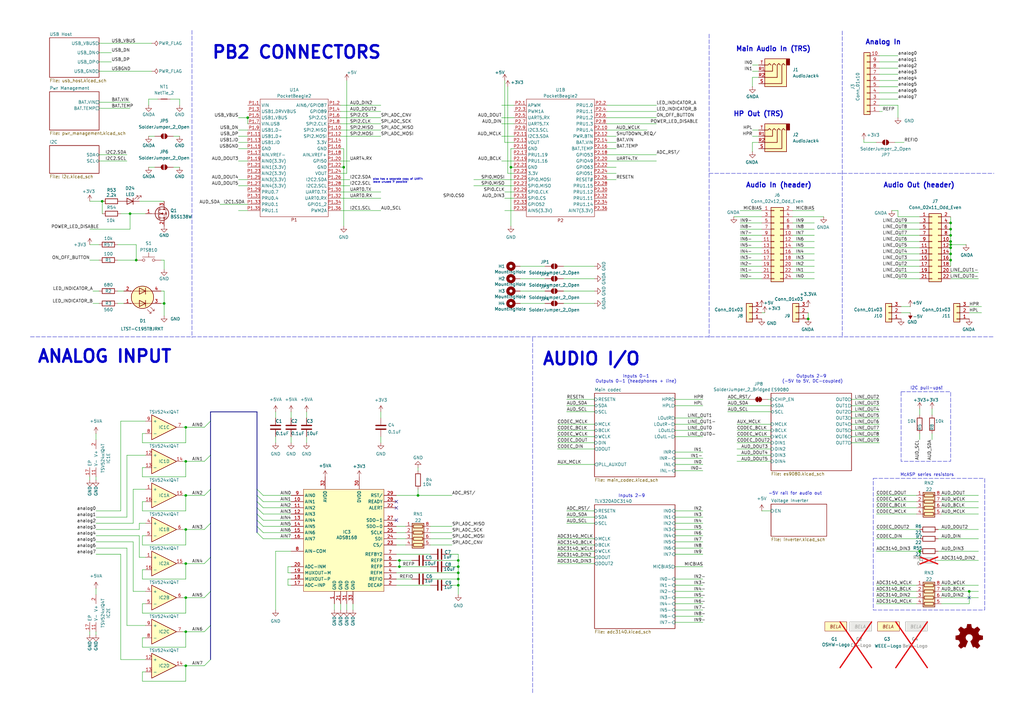
<source format=kicad_sch>
(kicad_sch (version 20250114) (generator "eeschema") (generator_version "9.0")
  (paper "A3")
  (title_block (title "PB2 Bela Mini Proto") (date "2024-11") (rev "rev 1.0") (company "Augmented Instruments Ltd."))
  (rectangle (start -0.254 -69.088) (end 113.792 -11.938))
  (rectangle (start 369.57 160.655) (end 389.89 189.23) (stroke (width 0) (type dash)))
  (rectangle (start 358.14 196.215) (end 403.86 250.19) (stroke (width 0) (type dash)))
  (text "Outputs 2-9 \n(-5V to 5V, DC-coupled)" (at 333.248 155.448 0) (effects (font (size 1.27 1.27))))
  (text "McASP series resistors" (at 380.238 194.818 0) (effects (font (size 1.27 1.27))))
  (text "Audio In (header)" (at 305.816 77.216 0) (effects (font (size 2 2) (thickness 0.4) (bold yes)) (justify left bottom)))
  (text "Analog In\n" (at 354.838 18.542 0) (effects (font (size 2 2) (thickness 0.4) (bold yes)) (justify left bottom)))
  (text "I2C pull-ups!" (at 379.984 159.258 0) (effects (font (size 1.27 1.27))))
  (text "AUDIO I/O" (at 242.57 147.32 0) (effects (font (size 5.08 5.08) (thickness 1.016) (bold yes))))
  (text "HP Out (TRS)" (at 300.736 48.006 0) (effects (font (size 2 2) (thickness 0.4) (bold yes)) (justify left bottom)))
  (text "ANALOG INPUT" (at 42.926 146.304 0) (effects (font (size 5.08 5.08) (thickness 1.016) (bold yes))))
  (text "Old PocketBeagle connectors" (at 58.928 -71.374 0) (effects (font (size 2 2)) (justify bottom)))
  (text "Audio Out (header)" (at 362.204 77.216 0) (effects (font (size 2 2) (thickness 0.4) (bold yes)) (justify left bottom)))
  (text "Inputs 2-9" (at 259.08 203.454 0) (effects (font (size 1.27 1.27))))
  (text "Main Audio In (TRS)" (at 301.752 21.336 0) (effects (font (size 2 2) (thickness 0.4) (bold yes)) (justify left bottom)))
  (text "PB2 CONNECTORS" (at 121.666 21.59 0) (effects (font (size 5.08 5.08) (thickness 1.016) (bold yes))))
  (text "also has a separate copy of UART4\nleave unused if possible\n" (at 152.908 74.168 0) (effects (font (size 0.75 0.75)) (justify left)))
  (text "-5V rail for audio out" (at 326.136 202.438 0) (effects (font (size 1.27 1.27))))
  (text "Inputs 0-1\nOutputs 0-1 (headphones + line)" (at 260.858 155.448 0) (effects (font (size 1.27 1.27))))
  (junction (at 187.96 240.03))
  (junction (at 397.51 242.57))
  (junction (at 187.96 237.49))
  (junction (at 76.2 231.14))
  (junction (at 163.83 232.41))
  (junction (at 389.89 93.98))
  (junction (at 76.2 245.11))
  (junction (at 389.89 106.68))
  (junction (at 76.2 203.2))
  (junction (at 16.51 -55.88))
  (junction (at 389.89 91.44))
  (junction (at 76.2 -33.02))
  (junction (at 377.19 226.06))
  (junction (at 331.47 130.81))
  (junction (at 76.2 273.05))
  (junction (at 48.26 -48.26))
  (junction (at 209.55 68.58))
  (junction (at 187.96 232.41))
  (junction (at 35.56 -33.02))
  (junction (at 76.2 189.23))
  (junction (at 101.6 48.26))
  (junction (at 53.34 87.63))
  (junction (at 31.75 -43.18))
  (junction (at 389.89 100.33))
  (junction (at 389.89 99.06))
  (junction (at 41.91 82.55))
  (junction (at 16.51 -43.18))
  (junction (at 76.2 -35.56))
  (junction (at 389.89 104.14))
  (junction (at 171.45 203.2))
  (junction (at 67.31 124.46))
  (junction (at 140.97 68.58))
  (junction (at 163.83 229.87))
  (junction (at 76.2 217.17))
  (junction (at 76.2 175.26))
  (junction (at 187.96 229.87))
  (junction (at 55.88 106.68))
  (junction (at 187.96 234.95))
  (junction (at 389.89 101.6))
  (junction (at 389.89 96.52))
  (junction (at 76.2 259.08))
  (no_connect (at 30.48 -20.32))
  (no_connect (at 162.56 208.28))
  (no_connect (at 80.01 -30.48))
  (no_connect (at 17.78 -27.94))
  (no_connect (at 80.01 -50.8))
  (no_connect (at 17.78 -40.64))
  (no_connect (at 92.71 -33.02))
  (no_connect (at 30.48 -38.1))
  (no_connect (at 92.71 -53.34))
  (no_connect (at 80.01 -45.72))
  (no_connect (at 80.01 -58.42))
  (no_connect (at 80.01 -38.1))
  (no_connect (at 92.71 -17.78))
  (no_connect (at 17.78 -58.42))
  (no_connect (at 80.01 -27.94))
  (no_connect (at 80.01 -20.32))
  (no_connect (at 162.56 213.36))
  (no_connect (at 30.48 -40.64))
  (no_connect (at 80.01 -53.34))
  (no_connect (at 92.71 -35.56))
  (no_connect (at 397.51 245.11))
  (no_connect (at 92.71 -55.88))
  (no_connect (at 17.78 -35.56))
  (no_connect (at 17.78 -30.48))
  (no_connect (at 92.71 -38.1))
  (no_connect (at 162.56 205.74))
  (no_connect (at 80.01 -48.26))
  (no_connect (at 17.78 -60.96))
  (no_connect (at 80.01 -60.96))
  (no_connect (at 80.01 -55.88))
  (no_connect (at 92.71 -48.26))
  (no_connect (at 92.71 -45.72))
  (no_connect (at 92.71 -27.94))
  (no_connect (at 30.48 -22.86))
  (no_connect (at 17.78 -33.02))
  (no_connect (at 92.71 -43.18))
  (no_connect (at 92.71 -60.96))
  (no_connect (at 80.01 -22.86))
  (no_connect (at 92.71 -50.8))
  (no_connect (at 17.78 -38.1))
  (no_connect (at 92.71 -58.42))
  (no_connect (at 80.01 -25.4))
  (no_connect (at 92.71 -40.64))
  (no_connect (at 17.78 -22.86))
  (no_connect (at 80.01 -17.78))
  (no_connect (at 30.48 -25.4))
  (no_connect (at 80.01 -33.02))
  (no_connect (at 17.78 -17.78))
  (bus_entry (at 107.95 208.28) (size -2.54 -2.54))
  (bus_entry (at 107.95 213.36) (size -2.54 -2.54))
  (bus_entry (at 107.95 215.9) (size -2.54 -2.54))
  (bus_entry (at 83.82 245.11) (size 2.54 -2.54))
  (bus_entry (at 83.82 259.08) (size 2.54 -2.54))
  (bus_entry (at 107.95 220.98) (size -2.54 -2.54))
  (bus_entry (at 107.95 205.74) (size -2.54 -2.54))
  (bus_entry (at 83.82 273.05) (size 2.54 -2.54))
  (bus_entry (at 107.95 203.2) (size -2.54 -2.54))
  (bus_entry (at 107.95 218.44) (size -2.54 -2.54))
  (bus_entry (at 83.82 217.17) (size 2.54 -2.54))
  (bus_entry (at 83.82 203.2) (size 2.54 -2.54))
  (bus_entry (at 107.95 210.82) (size -2.54 -2.54))
  (bus_entry (at 83.82 189.23) (size 2.54 -2.54))
  (bus_entry (at 83.82 231.14) (size 2.54 -2.54))
  (bus_entry (at 83.82 175.26) (size 2.54 -2.54))
  (wire (pts (xy 368.3 43.18) (xy 368.3 48.26)))
  (wire (pts (xy 171.45 200.66) (xy 171.45 203.2)))
  (wire (pts (xy 76.2 189.23) (xy 74.93 189.23)))
  (wire (pts (xy 368.3 22.86) (xy 360.68 22.86)))
  (wire (pts (xy 331.47 128.27) (xy 331.47 130.81)))
  (wire (pts (xy 232.41 209.55) (xy 243.84 209.55)))
  (wire (pts (xy 325.12 91.44) (xy 334.01 91.44)))
  (wire (pts (xy 325.12 99.06) (xy 334.01 99.06)))
  (wire (pts (xy 359.41 217.17) (xy 377.19 217.17)))
  (wire (pts (xy 377.19 93.98) (xy 368.3 93.98)))
  (wire (pts (xy 210.82 71.12) (xy 208.28 71.12)))
  (wire (pts (xy 67.31 119.38) (xy 66.04 119.38)))
  (wire (pts (xy 276.86 255.27) (xy 288.29 255.27)))
  (wire (pts (xy 76.2 273.05) (xy 74.93 273.05)))
  (wire (pts (xy 97.79 48.26) (xy 101.6 48.26)))
  (wire (pts (xy 49.53 209.55) (xy 49.53 172.72)))
  (wire (pts (xy 276.86 222.25) (xy 288.29 222.25)))
  (wire (pts (xy 60.96 68.58) (xy 63.5 68.58)))
  (wire (pts (xy 248.92 73.66) (xy 252.73 73.66)))
  (wire (pts (xy 48.26 100.33) (xy 55.88 100.33)))
  (wire (pts (xy 139.7 76.2) (xy 143.51 76.2)))
  (bus (pts (xy 86.36 214.63) (xy 86.36 228.6)))
  (wire (pts (xy 276.86 166.37) (xy 288.29 166.37)))
  (wire (pts (xy 228.6 228.6) (xy 243.84 228.6)))
  (wire (pts (xy 163.83 229.87) (xy 163.83 232.41)))
  (wire (pts (xy 76.2 209.55) (xy 76.2 203.2)))
  (wire (pts (xy 118.11 234.95) (xy 119.38 234.95)))
  (wire (pts (xy 55.88 100.33) (xy 55.88 106.68)))
  (wire (pts (xy 308.61 31.75) (xy 311.15 31.75)))
  (wire (pts (xy 58.42 181.61) (xy 76.2 181.61)))
  (bus (pts (xy 86.36 168.91) (xy 86.36 172.72)))
  (wire (pts (xy 58.42 191.77) (xy 58.42 195.58)))
  (wire (pts (xy 36.83 260.35) (xy 36.83 259.08)))
  (wire (pts (xy 213.36 114.3) (xy 223.52 114.3)))
  (wire (pts (xy 16.51 -53.34) (xy 17.78 -53.34)))
  (wire (pts (xy 97.79 60.96) (xy 101.6 60.96)))
  (wire (pts (xy 39.37 212.09) (xy 52.07 212.09)))
  (wire (pts (xy 276.86 232.41) (xy 288.29 232.41)))
  (wire (pts (xy 162.56 203.2) (xy 171.45 203.2)))
  (wire (pts (xy 139.7 66.04) (xy 143.51 66.04)))
  (wire (pts (xy 228.6 179.07) (xy 243.84 179.07)))
  (wire (pts (xy 228.6 173.99) (xy 243.84 173.99)))
  (wire (pts (xy 76.2 265.43) (xy 76.2 259.08)))
  (wire (pts (xy 39.37 177.8) (xy 39.37 180.34)))
  (wire (pts (xy 248.92 63.5) (xy 269.24 63.5)))
  (wire (pts (xy 276.86 219.71) (xy 288.29 219.71)))
  (wire (pts (xy 119.38 168.91) (xy 119.38 171.45)))
  (wire (pts (xy 71.12 68.58) (xy 73.66 68.58)))
  (wire (pts (xy 359.41 203.2) (xy 375.92 203.2)))
  (wire (pts (xy 213.36 124.46) (xy 223.52 124.46)))
  (wire (pts (xy 384.81 226.06) (xy 401.32 226.06)))
  (wire (pts (xy 12.7 -25.4) (xy 17.78 -25.4)))
  (wire (pts (xy 276.86 190.5) (xy 288.29 190.5)))
  (wire (pts (xy 58.42 177.8) (xy 59.69 177.8)))
  (polyline (pts (xy 12.446 138.176) (xy 407.416 138.176)) (stroke (width 0) (type dash)))
  (wire (pts (xy 303.53 86.36) (xy 312.42 86.36)))
  (wire (pts (xy 359.41 242.57) (xy 375.92 242.57)))
  (wire (pts (xy 66.04 106.68) (xy 67.31 106.68)))
  (wire (pts (xy 349.25 173.99) (xy 360.68 173.99)))
  (wire (pts (xy 401.32 240.03) (xy 386.08 240.03)))
  (wire (pts (xy 303.53 93.98) (xy 312.42 93.98)))
  (wire (pts (xy 76.2 175.26) (xy 74.93 175.26)))
  (wire (pts (xy 187.96 229.87) (xy 187.96 232.41)))
  (wire (pts (xy 137.16 247.65) (xy 137.16 250.19)))
  (wire (pts (xy 368.3 38.1) (xy 360.68 38.1)))
  (polyline (pts (xy 345.44 12.7) (xy 345.44 138.43)) (stroke (width 0) (type dash)))
  (wire (pts (xy 325.12 111.76) (xy 334.01 111.76)))
  (wire (pts (xy 36.83 196.85) (xy 36.83 195.58)))
  (polyline (pts (xy 290.83 71.12) (xy 407.67 71.12)) (stroke (width 0) (type dash)))
  (wire (pts (xy 209.55 60.96) (xy 210.82 60.96)))
  (wire (pts (xy 389.89 93.98) (xy 389.89 96.52)))
  (wire (pts (xy 389.89 104.14) (xy 389.89 106.68)))
  (wire (pts (xy 228.6 190.5) (xy 243.84 190.5)))
  (wire (pts (xy 276.86 176.53) (xy 288.29 176.53)))
  (wire (pts (xy 76.2 -31.75) (xy 76.2 -33.02)))
  (wire (pts (xy 52.07 224.79) (xy 52.07 256.54)))
  (wire (pts (xy 49.53 87.63) (xy 53.34 87.63)))
  (wire (pts (xy 39.37 217.17) (xy 57.15 217.17)))
  (wire (pts (xy 52.07 186.69) (xy 59.69 186.69)))
  (wire (pts (xy 354.33 57.15) (xy 354.33 58.42)))
  (wire (pts (xy 384.81 217.17) (xy 401.32 217.17)))
  (wire (pts (xy 308.61 55.88) (xy 311.15 55.88)))
  (wire (pts (xy 276.86 163.83) (xy 288.29 163.83)))
  (wire (pts (xy 303.53 91.44) (xy 312.42 91.44)))
  (wire (pts (xy 303.53 111.76) (xy 312.42 111.76)))
  (wire (pts (xy 377.19 101.6) (xy 368.3 101.6)))
  (wire (pts (xy 139.7 86.36) (xy 156.21 86.36)))
  (bus (pts (xy 105.41 210.82) (xy 105.41 208.28)))
  (wire (pts (xy 205.74 50.8) (xy 210.82 50.8)))
  (wire (pts (xy 76.2 -43.18) (xy 76.2 -35.56)))
  (wire (pts (xy 76.2 231.14) (xy 74.93 231.14)))
  (wire (pts (xy 107.95 205.74) (xy 119.38 205.74)))
  (wire (pts (xy 139.7 68.58) (xy 140.97 68.58)))
  (wire (pts (xy 40.64 17.78) (xy 62.23 17.78)))
  (wire (pts (xy 377.19 111.76) (xy 368.3 111.76)))
  (wire (pts (xy 40.64 29.21) (xy 62.23 29.21)))
  (bus (pts (xy 86.36 242.57) (xy 86.36 256.54)))
  (wire (pts (xy 302.26 186.69) (xy 316.23 186.69)))
  (wire (pts (xy 140.97 68.58) (xy 140.97 92.71)))
  (wire (pts (xy 139.7 71.12) (xy 142.24 71.12)))
  (wire (pts (xy 359.41 240.03) (xy 375.92 240.03)))
  (wire (pts (xy 349.25 181.61) (xy 360.68 181.61)))
  (wire (pts (xy 207.01 81.28) (xy 210.82 81.28)))
  (wire (pts (xy 30.48 -33.02) (xy 35.56 -33.02)))
  (wire (pts (xy 368.3 86.36) (xy 368.3 88.9)))
  (wire (pts (xy 52.07 212.09) (xy 52.07 186.69)))
  (wire (pts (xy 76.2 245.11) (xy 74.93 245.11)))
  (wire (pts (xy 187.96 240.03) (xy 187.96 243.84)))
  (wire (pts (xy 302.26 181.61) (xy 316.23 181.61)))
  (wire (pts (xy 76.2 -33.02) (xy 76.2 -35.56)))
  (wire (pts (xy 58.42 261.62) (xy 58.42 265.43)))
  (wire (pts (xy 76.2 223.52) (xy 76.2 217.17)))
  (wire (pts (xy 107.95 220.98) (xy 119.38 220.98)))
  (wire (pts (xy 184.15 232.41) (xy 187.96 232.41)))
  (wire (pts (xy 48.26 -50.8) (xy 48.26 -48.26)))
  (wire (pts (xy 57.15 217.17) (xy 57.15 214.63)))
  (wire (pts (xy 139.7 53.34) (xy 156.21 53.34)))
  (wire (pts (xy 69.85 40.64) (xy 73.66 40.64)))
  (wire (pts (xy 248.92 43.18) (xy 269.24 43.18)))
  (wire (pts (xy 118.11 232.41) (xy 119.38 232.41)))
  (wire (pts (xy 308.61 58.42) (xy 308.61 62.23)))
  (wire (pts (xy 303.53 109.22) (xy 312.42 109.22)))
  (wire (pts (xy 386.08 247.65) (xy 397.51 247.65)))
  (wire (pts (xy 30.48 -35.56) (xy 31.75 -35.56)))
  (wire (pts (xy 76.2 181.61) (xy 76.2 175.26)))
  (wire (pts (xy 228.6 176.53) (xy 243.84 176.53)))
  (wire (pts (xy 232.41 168.91) (xy 243.84 168.91)))
  (wire (pts (xy 354.33 58.42) (xy 359.41 58.42)))
  (wire (pts (xy 11.43 -48.26) (xy 17.78 -48.26)))
  (wire (pts (xy 58.42 265.43) (xy 76.2 265.43)))
  (wire (pts (xy 97.79 73.66) (xy 101.6 73.66)))
  (wire (pts (xy 39.37 214.63) (xy 54.61 214.63)))
  (wire (pts (xy 171.45 203.2) (xy 185.42 203.2)))
  (wire (pts (xy 302.26 173.99) (xy 316.23 173.99)))
  (wire (pts (xy 139.7 43.18) (xy 156.21 43.18)))
  (wire (pts (xy 40.64 44.45) (xy 53.34 44.45)))
  (wire (pts (xy 58.42 233.68) (xy 58.42 237.49)))
  (wire (pts (xy 276.86 185.42) (xy 288.29 185.42)))
  (wire (pts (xy 30.48 -43.18) (xy 31.75 -43.18)))
  (wire (pts (xy 58.42 275.59) (xy 58.42 279.4)))
  (wire (pts (xy 325.12 96.52) (xy 334.01 96.52)))
  (wire (pts (xy 139.7 55.88) (xy 156.21 55.88)))
  (wire (pts (xy 64.77 40.64) (xy 60.96 40.64)))
  (wire (pts (xy 276.86 209.55) (xy 288.29 209.55)))
  (wire (pts (xy 302.26 184.15) (xy 316.23 184.15)))
  (wire (pts (xy 349.25 179.07) (xy 360.68 179.07)))
  (wire (pts (xy 60.96 55.88) (xy 63.5 55.88)))
  (wire (pts (xy 97.79 86.36) (xy 101.6 86.36)))
  (wire (pts (xy 359.41 205.74) (xy 375.92 205.74)))
  (wire (pts (xy 35.56 -34.29) (xy 35.56 -33.02)))
  (wire (pts (xy 40.64 41.91) (xy 53.34 41.91)))
  (wire (pts (xy 209.55 68.58) (xy 209.55 60.96)))
  (wire (pts (xy 119.38 179.07) (xy 119.38 181.61)))
  (wire (pts (xy 40.64 63.5) (xy 52.07 63.5)))
  (wire (pts (xy 248.92 48.26) (xy 269.24 48.26)))
  (wire (pts (xy 228.6 223.52) (xy 243.84 223.52)))
  (wire (pts (xy 48.26 119.38) (xy 50.8 119.38)))
  (wire (pts (xy 368.3 30.48) (xy 360.68 30.48)))
  (bus (pts (xy 105.41 205.74) (xy 105.41 203.2)))
  (wire (pts (xy 176.53 220.98) (xy 185.42 220.98)))
  (wire (pts (xy 76.2 259.08) (xy 83.82 259.08)))
  (wire (pts (xy 377.19 114.3) (xy 368.3 114.3)))
  (wire (pts (xy 377.19 99.06) (xy 368.3 99.06)))
  (wire (pts (xy 11.43 -50.8) (xy 17.78 -50.8)))
  (wire (pts (xy 276.86 252.73) (xy 288.29 252.73)))
  (wire (pts (xy 207.01 86.36) (xy 210.82 86.36)))
  (wire (pts (xy 97.79 76.2) (xy 101.6 76.2)))
  (wire (pts (xy 54.61 222.25) (xy 54.61 242.57)))
  (wire (pts (xy 58.42 247.65) (xy 58.42 251.46)))
  (wire (pts (xy 386.08 205.74) (xy 401.32 205.74)))
  (wire (pts (xy 156.21 168.91) (xy 156.21 171.45)))
  (wire (pts (xy 107.95 210.82) (xy 119.38 210.82)))
  (bus (pts (xy 105.41 208.28) (xy 105.41 205.74)))
  (wire (pts (xy 67.31 119.38) (xy 67.31 124.46)))
  (wire (pts (xy 276.86 237.49) (xy 288.29 237.49)))
  (wire (pts (xy 11.43 -43.18) (xy 16.51 -43.18)))
  (wire (pts (xy 30.48 -50.8) (xy 31.75 -50.8)))
  (wire (pts (xy 163.83 232.41) (xy 162.56 232.41)))
  (wire (pts (xy 57.15 228.6) (xy 59.69 228.6)))
  (wire (pts (xy 176.53 229.87) (xy 187.96 229.87)))
  (wire (pts (xy 382.27 180.34) (xy 382.27 177.8)))
  (wire (pts (xy 30.48 -58.42) (xy 34.29 -58.42)))
  (wire (pts (xy 302.26 179.07) (xy 316.23 179.07)))
  (wire (pts (xy 76.2 195.58) (xy 76.2 189.23)))
  (wire (pts (xy 54.61 242.57) (xy 59.69 242.57)))
  (wire (pts (xy 308.61 31.75) (xy 308.61 35.56)))
  (wire (pts (xy 308.61 29.21) (xy 311.15 29.21)))
  (bus (pts (xy 105.41 168.91) (xy 86.36 168.91)))
  (wire (pts (xy 76.2 217.17) (xy 83.82 217.17)))
  (wire (pts (xy 54.61 200.66) (xy 59.69 200.66)))
  (wire (pts (xy 389.89 101.6) (xy 389.89 104.14)))
  (wire (pts (xy 31.75 -43.18) (xy 39.37 -43.18)))
  (wire (pts (xy 231.14 114.3) (xy 243.84 114.3)))
  (wire (pts (xy 139.7 78.74) (xy 156.21 78.74)))
  (wire (pts (xy 139.7 81.28) (xy 156.21 81.28)))
  (wire (pts (xy 58.42 233.68) (xy 59.69 233.68)))
  (wire (pts (xy 48.26 -48.26) (xy 48.26 -45.72)))
  (wire (pts (xy 386.08 245.11) (xy 401.32 245.11)))
  (wire (pts (xy 303.53 96.52) (xy 312.42 96.52)))
  (bus (pts (xy 86.36 186.69) (xy 86.36 200.66)))
  (wire (pts (xy 176.53 223.52) (xy 185.42 223.52)))
  (wire (pts (xy 97.79 53.34) (xy 101.6 53.34)))
  (wire (pts (xy 368.3 40.64) (xy 360.68 40.64)))
  (wire (pts (xy 368.3 25.4) (xy 360.68 25.4)))
  (wire (pts (xy 349.25 168.91) (xy 360.68 168.91)))
  (wire (pts (xy 389.89 96.52) (xy 389.89 99.06)))
  (wire (pts (xy 359.41 245.11) (xy 375.92 245.11)))
  (wire (pts (xy 205.74 66.04) (xy 210.82 66.04)))
  (wire (pts (xy 16.51 -43.18) (xy 17.78 -43.18)))
  (wire (pts (xy 377.19 104.14) (xy 368.3 104.14)))
  (wire (pts (xy 140.97 60.96) (xy 139.7 60.96)))
  (wire (pts (xy 389.89 114.3) (xy 401.32 114.3)))
  (wire (pts (xy 207.01 78.74) (xy 210.82 78.74)))
  (wire (pts (xy 298.45 166.37) (xy 316.23 166.37)))
  (wire (pts (xy 312.42 209.55) (xy 316.23 209.55)))
  (wire (pts (xy 76.2 273.05) (xy 83.82 273.05)))
  (wire (pts (xy 49.53 172.72) (xy 59.69 172.72)))
  (bus (pts (xy 86.36 200.66) (xy 86.36 214.63)))
  (wire (pts (xy 276.86 171.45) (xy 288.29 171.45)))
  (wire (pts (xy 232.41 166.37) (xy 243.84 166.37)))
  (wire (pts (xy 276.86 187.96) (xy 288.29 187.96)))
  (wire (pts (xy 349.25 171.45) (xy 360.68 171.45)))
  (wire (pts (xy 162.56 223.52) (xy 166.37 223.52)))
  (wire (pts (xy 360.68 45.72) (xy 361.95 45.72)))
  (wire (pts (xy 40.64 21.59) (xy 45.72 21.59)))
  (wire (pts (xy 113.03 168.91) (xy 113.03 171.45)))
  (wire (pts (xy 349.25 176.53) (xy 360.68 176.53)))
  (wire (pts (xy 163.83 229.87) (xy 168.91 229.87)))
  (wire (pts (xy 58.42 237.49) (xy 76.2 237.49)))
  (wire (pts (xy 139.7 247.65) (xy 139.7 250.19)))
  (wire (pts (xy 389.89 111.76) (xy 401.32 111.76)))
  (wire (pts (xy 377.19 180.34) (xy 377.19 177.8)))
  (wire (pts (xy 76.2 279.4) (xy 76.2 273.05)))
  (wire (pts (xy 107.95 215.9) (xy 119.38 215.9)))
  (wire (pts (xy 187.96 227.33) (xy 184.15 227.33)))
  (bus (pts (xy 105.41 213.36) (xy 105.41 210.82)))
  (wire (pts (xy 303.53 99.06) (xy 312.42 99.06)))
  (wire (pts (xy 16.51 -55.88) (xy 17.78 -55.88)))
  (wire (pts (xy 58.42 205.74) (xy 58.42 209.55)))
  (wire (pts (xy 48.26 124.46) (xy 50.8 124.46)))
  (wire (pts (xy 231.14 124.46) (xy 243.84 124.46)))
  (wire (pts (xy 377.19 88.9) (xy 368.3 88.9)))
  (wire (pts (xy 176.53 218.44) (xy 185.42 218.44)))
  (wire (pts (xy 325.12 86.36) (xy 334.01 86.36)))
  (wire (pts (xy 276.86 245.11) (xy 288.29 245.11)))
  (wire (pts (xy 368.3 27.94) (xy 360.68 27.94)))
  (wire (pts (xy 39.37 260.35) (xy 39.37 259.08)))
  (wire (pts (xy 57.15 82.55) (xy 67.31 82.55)))
  (wire (pts (xy 205.74 43.18) (xy 210.82 43.18)))
  (wire (pts (xy 142.24 247.65) (xy 142.24 250.19)))
  (wire (pts (xy 389.89 88.9) (xy 389.89 91.44)))
  (wire (pts (xy 325.12 93.98) (xy 334.01 93.98)))
  (wire (pts (xy 58.42 177.8) (xy 58.42 181.61)))
  (wire (pts (xy 213.36 119.38) (xy 223.52 119.38)))
  (wire (pts (xy 58.42 219.71) (xy 59.69 219.71)))
  (wire (pts (xy 359.41 208.28) (xy 375.92 208.28)))
  (wire (pts (xy 39.37 209.55) (xy 49.53 209.55)))
  (wire (pts (xy 377.19 91.44) (xy 368.3 91.44)))
  (wire (pts (xy 118.11 237.49) (xy 119.38 237.49)))
  (wire (pts (xy 389.89 99.06) (xy 389.89 100.33)))
  (wire (pts (xy 276.86 227.33) (xy 288.29 227.33)))
  (wire (pts (xy 58.42 209.55) (xy 76.2 209.55)))
  (wire (pts (xy 119.38 226.06) (xy 113.03 226.06)))
  (wire (pts (xy 248.92 71.12) (xy 252.73 71.12)))
  (wire (pts (xy 276.86 250.19) (xy 288.29 250.19)))
  (wire (pts (xy 377.19 106.68) (xy 368.3 106.68)))
  (wire (pts (xy 298.45 168.91) (xy 316.23 168.91)))
  (wire (pts (xy 386.08 210.82) (xy 401.32 210.82)))
  (wire (pts (xy 38.1 119.38) (xy 40.64 119.38)))
  (wire (pts (xy 30.48 -53.34) (xy 31.75 -53.34)))
  (wire (pts (xy 325.12 109.22) (xy 334.01 109.22)))
  (wire (pts (xy 184.15 240.03) (xy 187.96 240.03)))
  (wire (pts (xy 276.86 240.03) (xy 288.29 240.03)))
  (wire (pts (xy 38.1 124.46) (xy 40.64 124.46)))
  (wire (pts (xy 53.34 87.63) (xy 59.69 87.63)))
  (wire (pts (xy 349.25 163.83) (xy 360.68 163.83)))
  (wire (pts (xy 303.53 114.3) (xy 312.42 114.3)))
  (wire (pts (xy 248.92 45.72) (xy 269.24 45.72)))
  (wire (pts (xy 30.48 -60.96) (xy 34.29 -60.96)))
  (wire (pts (xy 125.73 168.91) (xy 125.73 171.45)))
  (wire (pts (xy 40.64 25.4) (xy 45.72 25.4)))
  (wire (pts (xy 113.03 179.07) (xy 113.03 181.61)))
  (wire (pts (xy 377.19 96.52) (xy 368.3 96.52)))
  (wire (pts (xy 92.71 -25.4) (xy 96.52 -25.4)))
  (wire (pts (xy 308.61 53.34) (xy 311.15 53.34)))
  (wire (pts (xy 59.69 270.51) (xy 49.53 270.51)))
  (wire (pts (xy 210.82 58.42) (xy 207.01 58.42)))
  (wire (pts (xy 276.86 247.65) (xy 288.29 247.65)))
  (wire (pts (xy 107.95 203.2) (xy 119.38 203.2)))
  (wire (pts (xy 36.83 82.55) (xy 41.91 82.55)))
  (wire (pts (xy 300.99 88.9) (xy 312.42 88.9)))
  (polyline (pts (xy 218.44 138.43) (xy 218.44 284.48)) (stroke (width 0) (type dash)))
  (wire (pts (xy 58.42 191.77) (xy 59.69 191.77)))
  (wire (pts (xy 369.57 125.73) (xy 373.38 125.73)))
  (wire (pts (xy 231.14 119.38) (xy 243.84 119.38)))
  (wire (pts (xy 205.74 55.88) (xy 210.82 55.88)))
  (wire (pts (xy 113.03 226.06) (xy 113.03 250.19)))
  (wire (pts (xy 384.81 229.87) (xy 401.32 229.87)))
  (wire (pts (xy 163.83 229.87) (xy 162.56 229.87)))
  (wire (pts (xy 11.43 -55.88) (xy 16.51 -55.88)))
  (wire (pts (xy 194.31 73.66) (xy 210.82 73.66)))
  (wire (pts (xy 30.48 -45.72) (xy 48.26 -45.72)))
  (wire (pts (xy 276.86 242.57) (xy 288.29 242.57)))
  (wire (pts (xy 377.19 167.64) (xy 377.19 170.18)))
  (polyline (pts (xy 78.74 12.446) (xy 78.74 138.43)) (stroke (width 0) (type dash)))
  (bus (pts (xy 105.41 215.9) (xy 105.41 213.36)))
  (wire (pts (xy 36.83 93.98) (xy 53.34 93.98)))
  (wire (pts (xy 276.86 173.99) (xy 288.29 173.99)))
  (wire (pts (xy 76.2 245.11) (xy 83.82 245.11)))
  (wire (pts (xy 39.37 222.25) (xy 54.61 222.25)))
  (wire (pts (xy 303.53 106.68) (xy 312.42 106.68)))
  (wire (pts (xy 53.34 87.63) (xy 53.34 93.98)))
  (wire (pts (xy 308.61 58.42) (xy 311.15 58.42)))
  (wire (pts (xy 76.2 203.2) (xy 83.82 203.2)))
  (wire (pts (xy 232.41 212.09) (xy 243.84 212.09)))
  (wire (pts (xy 302.26 189.23) (xy 316.23 189.23)))
  (wire (pts (xy 16.51 -53.34) (xy 16.51 -55.88)))
  (wire (pts (xy 140.97 60.96) (xy 140.97 68.58)))
  (wire (pts (xy 144.78 247.65) (xy 144.78 250.19)))
  (wire (pts (xy 162.56 220.98) (xy 166.37 220.98)))
  (wire (pts (xy 386.08 242.57) (xy 397.51 242.57)))
  (wire (pts (xy 359.41 226.06) (xy 377.19 226.06)))
  (wire (pts (xy 163.83 232.41) (xy 176.53 232.41)))
  (wire (pts (xy 368.3 33.02) (xy 360.68 33.02)))
  (bus (pts (xy 86.36 172.72) (xy 86.36 186.69)))
  (wire (pts (xy 308.61 26.67) (xy 311.15 26.67)))
  (wire (pts (xy 92.71 -30.48) (xy 96.52 -30.48)))
  (wire (pts (xy 58.42 223.52) (xy 76.2 223.52)))
  (wire (pts (xy 276.86 214.63) (xy 288.29 214.63)))
  (wire (pts (xy 76.2 237.49) (xy 76.2 231.14)))
  (wire (pts (xy 71.12 55.88) (xy 73.66 55.88)))
  (wire (pts (xy 31.75 -35.56) (xy 31.75 -43.18)))
  (wire (pts (xy 349.25 166.37) (xy 360.68 166.37)))
  (wire (pts (xy 36.83 100.33) (xy 40.64 100.33)))
  (wire (pts (xy 303.53 104.14) (xy 312.42 104.14)))
  (wire (pts (xy 76.2 217.17) (xy 74.93 217.17)))
  (wire (pts (xy 359.41 247.65) (xy 375.92 247.65)))
  (bus (pts (xy 86.36 256.54) (xy 86.36 270.51)))
  (wire (pts (xy 389.89 100.33) (xy 389.89 101.6)))
  (wire (pts (xy 396.24 100.33) (xy 389.89 100.33)))
  (wire (pts (xy 73.66 40.64) (xy 73.66 43.18)))
  (wire (pts (xy 232.41 214.63) (xy 243.84 214.63)))
  (wire (pts (xy 76.2 189.23) (xy 83.82 189.23)))
  (bus (pts (xy 105.41 218.44) (xy 105.41 215.9)))
  (wire (pts (xy 248.92 58.42) (xy 252.73 58.42)))
  (wire (pts (xy 162.56 227.33) (xy 176.53 227.33)))
  (wire (pts (xy 58.42 261.62) (xy 59.69 261.62)))
  (wire (pts (xy 41.91 82.55) (xy 41.91 87.63)))
  (wire (pts (xy 187.96 234.95) (xy 187.96 232.41)))
  (wire (pts (xy 97.79 55.88) (xy 101.6 55.88)))
  (wire (pts (xy 39.37 -43.18) (xy 39.37 -41.91)))
  (wire (pts (xy 365.76 86.36) (xy 368.3 86.36)))
  (wire (pts (xy 162.56 234.95) (xy 187.96 234.95)))
  (wire (pts (xy 57.15 214.63) (xy 59.69 214.63)))
  (wire (pts (xy 368.3 35.56) (xy 360.68 35.56)))
  (bus (pts (xy 86.36 228.6) (xy 86.36 242.57)))
  (wire (pts (xy 30.48 -27.94) (xy 48.26 -27.94)))
  (wire (pts (xy 243.84 231.14) (xy 228.6 231.14)))
  (wire (pts (xy 314.96 163.83) (xy 316.23 163.83)))
  (wire (pts (xy 302.26 176.53) (xy 316.23 176.53)))
  (wire (pts (xy 74.93 259.08) (xy 76.2 259.08)))
  (wire (pts (xy 57.15 219.71) (xy 57.15 228.6)))
  (wire (pts (xy 325.12 114.3) (xy 334.01 114.3)))
  (wire (pts (xy 397.51 128.27) (xy 402.59 128.27)))
  (wire (pts (xy 60.96 40.64) (xy 60.96 43.18)))
  (wire (pts (xy 389.89 91.44) (xy 389.89 93.98)))
  (wire (pts (xy 397.51 125.73) (xy 402.59 125.73)))
  (wire (pts (xy 139.7 45.72) (xy 156.21 45.72)))
  (bus (pts (xy 105.41 203.2) (xy 105.41 200.66)))
  (wire (pts (xy 207.01 33.02) (xy 207.01 58.42)))
  (wire (pts (xy 232.41 163.83) (xy 243.84 163.83)))
  (wire (pts (xy 101.6 48.26) (xy 101.6 50.8)))
  (wire (pts (xy 228.6 181.61) (xy 243.84 181.61)))
  (wire (pts (xy 397.51 247.65) (xy 397.51 242.57)))
  (wire (pts (xy 377.19 109.22) (xy 368.3 109.22)))
  (wire (pts (xy 210.82 68.58) (xy 209.55 68.58)))
  (wire (pts (xy 92.71 -20.32) (xy 109.22 -20.32)))
  (wire (pts (xy 142.24 33.02) (xy 142.24 71.12)))
  (wire (pts (xy 213.36 109.22) (xy 223.52 109.22)))
  (wire (pts (xy 67.31 124.46) (xy 66.04 124.46)))
  (wire (pts (xy 67.31 124.46) (xy 67.31 129.54)))
  (wire (pts (xy 248.92 60.96) (xy 252.73 60.96)))
  (wire (pts (xy 76.2 231.14) (xy 83.82 231.14)))
  (wire (pts (xy 49.53 227.33) (xy 39.37 227.33)))
  (wire (pts (xy 39.37 196.85) (xy 39.37 195.58)))
  (wire (pts (xy 360.68 43.18) (xy 368.3 43.18)))
  (wire (pts (xy 97.79 58.42) (xy 101.6 58.42)))
  (wire (pts (xy 228.6 184.15) (xy 243.84 184.15)))
  (wire (pts (xy 248.92 53.34) (xy 265.43 53.34)))
  (wire (pts (xy 58.42 195.58) (xy 76.2 195.58)))
  (wire (pts (xy 73.66 -40.64) (xy 80.01 -40.64)))
  (wire (pts (xy 107.95 218.44) (xy 119.38 218.44)))
  (wire (pts (xy 276.86 217.17) (xy 288.29 217.17)))
  (wire (pts (xy 370.84 58.42) (xy 367.03 58.42)))
  (wire (pts (xy 176.53 237.49) (xy 187.96 237.49)))
  (wire (pts (xy 12.7 -20.32) (xy 17.78 -20.32)))
  (bus (pts (xy 105.41 168.91) (xy 105.41 200.66)))
  (wire (pts (xy 118.11 232.41) (xy 118.11 234.95)))
  (wire (pts (xy 248.92 55.88) (xy 252.73 55.88)))
  (wire (pts (xy 187.96 234.95) (xy 187.96 237.49)))
  (wire (pts (xy 325.12 88.9) (xy 337.82 88.9)))
  (wire (pts (xy 76.2 251.46) (xy 76.2 245.11)))
  (wire (pts (xy 125.73 179.07) (xy 125.73 181.61)))
  (wire (pts (xy 139.7 50.8) (xy 156.21 50.8)))
  (wire (pts (xy 118.11 240.03) (xy 119.38 240.03)))
  (wire (pts (xy 74.93 203.2) (xy 76.2 203.2)))
  (wire (pts (xy 139.7 48.26) (xy 156.21 48.26)))
  (wire (pts (xy 39.37 241.3) (xy 39.37 243.84)))
  (wire (pts (xy 303.53 101.6) (xy 312.42 101.6)))
  (wire (pts (xy 58.42 275.59) (xy 59.69 275.59)))
  (wire (pts (xy 58.42 279.4) (xy 76.2 279.4)))
  (wire (pts (xy 90.17 83.82) (xy 101.6 83.82)))
  (wire (pts (xy 39.37 224.79) (xy 52.07 224.79)))
  (wire (pts (xy 231.14 109.22) (xy 243.84 109.22)))
  (wire (pts (xy 76.2 175.26) (xy 83.82 175.26)))
  (wire (pts (xy 162.56 237.49) (xy 168.91 237.49)))
  (wire (pts (xy 97.79 66.04) (xy 101.6 66.04)))
  (wire (pts (xy 248.92 68.58) (xy 252.73 68.58)))
  (wire (pts (xy 36.83 106.68) (xy 40.64 106.68)))
  (wire (pts (xy 276.86 212.09) (xy 288.29 212.09)))
  (wire (pts (xy 58.42 219.71) (xy 58.42 223.52)))
  (wire (pts (xy 187.96 227.33) (xy 187.96 229.87)))
  (wire (pts (xy 325.12 101.6) (xy 334.01 101.6)))
  (wire (pts (xy 397.51 242.57) (xy 401.32 242.57)))
  (wire (pts (xy 325.12 104.14) (xy 334.01 104.14)))
  (wire (pts (xy 54.61 214.63) (xy 54.61 200.66)))
  (wire (pts (xy 107.95 208.28) (xy 119.38 208.28)))
  (wire (pts (xy 209.55 92.71) (xy 209.55 68.58)))
  (wire (pts (xy 359.41 210.82) (xy 375.92 210.82)))
  (wire (pts (xy 228.6 220.98) (xy 243.84 220.98)))
  (wire (pts (xy 118.11 237.49) (xy 118.11 240.03)))
  (wire (pts (xy 377.19 226.06) (xy 377.19 229.87)))
  (wire (pts (xy 17.78 -45.72) (xy 16.51 -45.72)))
  (wire (pts (xy 30.48 -48.26) (xy 31.75 -48.26)))
  (polyline (pts (xy 290.83 13.97) (xy 290.83 138.43)) (stroke (width 0) (type dash)))
  (wire (pts (xy 382.27 167.64) (xy 382.27 170.18)))
  (wire (pts (xy 276.86 179.07) (xy 288.29 179.07)))
  (wire (pts (xy 386.08 208.28) (xy 401.32 208.28)))
  (wire (pts (xy 40.64 66.04) (xy 52.07 66.04)))
  (wire (pts (xy 107.95 213.36) (xy 119.38 213.36)))
  (wire (pts (xy 276.86 224.79) (xy 288.29 224.79)))
  (wire (pts (xy 76.2 -35.56) (xy 80.01 -35.56)))
  (wire (pts (xy 171.45 191.77) (xy 171.45 193.04)))
  (wire (pts (xy 298.45 163.83) (xy 307.34 163.83)))
  (wire (pts (xy 208.28 35.56) (xy 208.28 71.12)))
  (wire (pts (xy 30.48 -17.78) (xy 34.29 -17.78)))
  (wire (pts (xy 369.57 128.27) (xy 373.38 128.27)))
  (wire (pts (xy 248.92 66.04) (xy 269.24 66.04)))
  (wire (pts (xy 52.07 256.54) (xy 59.69 256.54)))
  (wire (pts (xy 39.37 219.71) (xy 57.15 219.71)))
  (wire (pts (xy 389.89 106.68) (xy 389.89 109.22)))
  (wire (pts (xy 187.96 240.03) (xy 187.96 237.49)))
  (wire (pts (xy 162.56 218.44) (xy 166.37 218.44)))
  (wire (pts (xy 276.86 193.04) (xy 288.29 193.04)))
  (wire (pts (xy 359.41 220.98) (xy 377.19 220.98)))
  (wire (pts (xy 16.51 -45.72) (xy 16.51 -43.18)))
  (wire (pts (xy 92.71 -22.86) (xy 96.52 -22.86)))
  (wire (pts (xy 176.53 215.9) (xy 185.42 215.9)))
  (wire (pts (xy 58.42 205.74) (xy 59.69 205.74)))
  (wire (pts (xy 386.08 203.2) (xy 401.32 203.2)))
  (wire (pts (xy 48.26 106.68) (xy 55.88 106.68)))
  (wire (pts (xy 49.53 270.51) (xy 49.53 227.33)))
  (wire (pts (xy 205.74 48.26) (xy 210.82 48.26)))
  (wire (pts (xy 58.42 247.65) (xy 59.69 247.65)))
  (wire (pts (xy 228.6 226.06) (xy 243.84 226.06)))
  (wire (pts (xy 58.42 251.46) (xy 76.2 251.46)))
  (wire (pts (xy 30.48 -30.48) (xy 44.45 -30.48)))
  (wire (pts (xy 248.92 50.8) (xy 269.24 50.8)))
  (wire (pts (xy 194.31 76.2) (xy 210.82 76.2)))
  (wire (pts (xy 67.31 106.68) (xy 67.31 110.49)))
  (wire (pts (xy 139.7 73.66) (xy 143.51 73.66)))
  (wire (pts (xy 325.12 106.68) (xy 334.01 106.68)))
  (wire (pts (xy 80.01 -43.18) (xy 76.2 -43.18)))
  (wire (pts (xy 162.56 240.03) (xy 176.53 240.03)))
  (wire (pts (xy 384.81 220.98) (xy 401.32 220.98)))
  (wire (pts (xy 30.48 -55.88) (xy 31.75 -55.88)))
  (wire (pts (xy 162.56 215.9) (xy 166.37 215.9)))
  (wire (pts (xy 312.42 128.27) (xy 313.69 128.27)))
  (wire (pts (xy 156.21 181.61) (xy 156.21 179.07)))
  (label "AUD_SCL" (at 377.19 180.34 270))
  (label "LINE_OUT7" (at 350.52 176.53 0))
  (label "analog3" (at 368.3 30.48 0))
  (label "SHUTDOWN_REQ{slash}" (at 252.73 55.88 0))
  (label "RESETN" (at 96.52 -30.48 0))
  (label "analog2" (at 368.3 27.94 0))
  (label "IN1" (at 326.39 111.76 0))
  (label "analog4" (at 368.3 33.02 0))
  (label "SPI_ADC_MOSI" (at 185.42 220.98 0))
  (label "BAT.TEMP" (at 45.72 44.45 0))
  (label "SPI2.CS" (at 143.51 48.26 0))
  (label "AIN3" (at 78.74 217.17 0))
  (label "analog4" (at 39.37 219.71 180))
  (label "AUD_SDA" (at 382.27 180.34 270))
  (label "I2C2.SCL" (at 43.18 66.04 0))
  (label "CODEC_BCLK" (at 359.41 208.28 0))
  (label "LINE_OUT9" (at 350.52 181.61 0))
  (label "AUD_DOUT4" (at 314.96 186.69 180))
  (label "USB_DN" (at 97.79 53.34 180))
  (label "AUD_BCLK" (at 34.29 -17.78 0))
  (label "AUD_SDA" (at 232.41 212.09 0))
  (label "USB_DP" (at 11.43 -48.26 180))
  (label "USB_VBUS" (at 45.72 17.78 0))
  (label "IN8" (at 284.48 224.79 0))
  (label "IN2" (at 284.48 209.55 0))
  (label "LINE_OUT6" (at 372.11 99.06 180))
  (label "USBGND" (at 97.79 60.96 180))
  (label "SPI2.MOSI" (at 143.51 55.88 0))
  (label "AUD_WCLK" (at 252.73 53.34 0))
  (label "IN9-" (at 303.53 91.44 0))
  (label "ADC3140_DIN2" (at 228.6 228.6 0))
  (label "LINE_OUT0" (at 372.11 114.3 180))
  (label "IN8" (at 326.39 93.98 0))
  (label "LINE_OUT2" (at 372.11 109.22 180))
  (label "AUD_SDA" (at 90.17 83.82 180))
  (label "REFP" (at 165.1 232.41 0))
  (label "IN8-" (at 284.48 252.73 0))
  (label "IN3" (at 284.48 212.09 0))
  (label "AIN7" (at 119.38 220.98 180))
  (label "AIN4" (at 78.74 231.14 0))
  (label "USB_DN" (at 11.43 -50.8 180))
  (label "analog5" (at 39.37 222.25 180))
  (label "SCL" (at 39.37 -27.94 0))
  (label "AUD_BCLK" (at 386.08 242.57 0))
  (label "LED_INDICATOR_A" (at 269.24 43.18 0))
  (label "AUD_DOUT" (at 96.52 -25.4 0))
  (label "UART4.TX" (at 252.73 66.04 0))
  (label "AUD_DOUT3" (at 97.79 66.04 180))
  (label "ON_OFF_BUTTON" (at 36.83 106.68 180))
  (label "BAT.TEMP" (at 252.73 60.96 0))
  (label "IN2-" (at 303.53 109.22 0))
  (label "SPI0.CLK" (at 207.01 78.74 180))
  (label "MICBIAS" (at 326.39 86.36 0))
  (label "LINE_OUT8" (at 350.52 179.07 0))
  (label "SPI0.MOSI" (at 207.01 73.66 180))
  (label "HPL" (at 284.48 166.37 0))
  (label "IN5" (at 284.48 217.17 0))
  (label "HPL" (at 308.61 53.34 180))
  (label "LINE_OUT4" (at 350.52 168.91 0))
  (label "LINE_OUT7" (at 372.11 96.52 180))
  (label "IN0" (at 308.61 26.67 180))
  (label "CODEC_BCLK" (at 302.26 176.53 0))
  (label "analog2" (at 39.37 214.63 180))
  (label "AUD_WCLK" (at 386.08 205.74 0))
  (label "MICBIAS" (at 304.8 86.36 0))
  (label "AIN3" (at 119.38 210.82 180))
  (label "LED_INDICATOR_B" (at 34.29 -58.42 0))
  (label "SPI_ADC_CNV" (at 185.42 223.52 0))
  (label "AIN0" (at 78.74 175.26 0))
  (label "AUD_SDA" (at 232.41 166.37 0))
  (label "SPI_ADC_SCK" (at 156.21 50.8 0))
  (label "AUD_DIN" (at 205.74 50.8 180))
  (label "AIN5" (at 78.74 245.11 0))
  (label "BAT.VIN" (at 252.73 58.42 0))
  (label "IN4" (at 284.48 214.63 0))
  (label "SPI0.CS0" (at 190.5 81.28 180))
  (label "AUD_DIN3" (at 386.08 226.06 0))
  (label "CODEC_MCLK" (at 359.41 210.82 0))
  (label "analog7" (at 39.37 227.33 180))
  (label "SHUTDOWN_REQ{slash}" (at 92.71 -20.32 0))
  (label "AUD_DIN3" (at 207.01 81.28 180))
  (label "I2C1.SDA" (at 100.33 83.82 180))
  (label "IN0" (at 284.48 190.5 0))
  (label "IN3-" (at 303.53 106.68 0))
  (label "USB_VBUS" (at 11.43 -55.88 180))
  (label "SPI_ADC_CNV" (at 156.21 48.26 0))
  (label "AUD_DIN2" (at 143.51 43.18 0))
  (label "AUD_WCLK" (at 386.08 240.03 0))
  (label "IN7" (at 326.39 96.52 0))
  (label "ADC3140_MCLK" (at 228.6 220.98 0))
  (label "IN1" (at 284.48 185.42 0))
  (label "IN0-" (at 303.53 114.3 0))
  (label "IN5-" (at 303.53 101.6 0))
  (label "AIN1" (at 78.74 189.23 0))
  (label "HPR" (at 308.61 55.88 180))
  (label "HPR" (at 397.51 125.73 0))
  (label "I2C2.SDA" (at 43.18 63.5 0))
  (label "AUD_DIN" (at 386.08 220.98 0))
  (label "IN0" (at 326.39 114.3 0))
  (label "AIN5" (at 119.38 215.9 180))
  (label "USBGND" (at 45.72 29.21 0))
  (label "AUD_SCL" (at 232.41 214.63 0))
  (label "IN1" (at 308.61 29.21 180))
  (label "IN8-" (at 303.53 93.98 0))
  (label "I2C2.SCL" (at 143.51 76.2 0))
  (label "IN9" (at 326.39 91.44 0))
  (label "AIN2" (at 78.74 203.2 0))
  (label "AIN0" (at 119.38 203.2 180))
  (label "SDA" (at 39.37 -30.48 0))
  (label "LINE_OUT5" (at 350.52 171.45 0))
  (label "IN3" (at 326.39 106.68 0))
  (label "AUD_DOUT4" (at 97.79 73.66 180))
  (label "IN6" (at 284.48 219.71 0))
  (label "SPI_ADC_MOSI" (at 156.21 55.88 0))
  (label "CODEC_WCLK" (at 228.6 179.07 0))
  (label "ADC3140_DIN3" (at 228.6 231.14 0))
  (label "UART0.TX" (at 143.51 78.74 0))
  (label "RESETN" (at 252.73 73.66 0))
  (label "AUD_WCLK" (at 12.7 -20.32 180))
  (label "AIN6" (at 78.74 259.08 0))
  (label "LINE_OUT1-" (at 401.32 111.76 180))
  (label "MICBIAS" (at 280.67 232.41 0))
  (label "UART4.RX" (at 143.51 66.04 0))
  (label "SPI_ADC_SCK" (at 185.42 218.44 0))
  (label "AIN4" (at 119.38 213.36 180))
  (label "AUX_MCLK" (at 302.26 173.99 0))
  (label "IN7-" (at 303.53 96.52 0))
  (label "IN2" (at 326.39 109.22 0))
  (label "LINE_OUT3" (at 372.11 106.68 180))
  (label "LINE_OUT5" (at 372.11 101.6 180))
  (label "I2C1.SCL" (at 143.51 86.36 0))
  (label "LINE_OUT1-" (at 281.94 173.99 0))
  (label "LINE_OUT9" (at 372.11 91.44 180))
  (label "analog0" (at 368.3 22.86 0))
  (label "analog0" (at 39.37 209.55 180))
  (label "USB_DP" (at 45.72 25.4 0))
  (label "SPI0.MISO" (at 207.01 76.2 180))
  (label "AUD_DIN" (at 96.52 -22.86 0))
  (label "HPL" (at 397.51 128.27 0))
  (label "AUD_MCLK" (at 12.7 -25.4 180))
  (label "HPR" (at 284.48 163.83 0))
  (label "AUD_SCL" (at 232.41 168.91 0))
  (label "I2C2.SDA" (at 143.51 73.66 0))
  (label "AUD_BCLK" (at 386.08 208.28 0))
  (label "CODEC_DIN" (at 228.6 184.15 0))
  (label "POWER_LED_DISABLE" (at 40.64 93.98 180))
  (label "IN1-" (at 303.53 111.76 0))
  (label "AIN7" (at 78.74 273.05 0))
  (label "ADC3140_DIN2" (at 386.08 229.87 0))
  (label "AIN1" (at 119.38 205.74 180))
  (label "LINE_OUT4" (at 372.11 104.14 180))
  (label "CODEC_WCLK" (at 359.41 205.74 0))
  (label "IN5" (at 326.39 101.6 0))
  (label "analog7" (at 368.3 40.64 0))
  (label "AUD_DOUT5" (at 314.96 189.23 180))
  (label "LED_INDICATOR_A" (at 38.1 119.38 180))
  (label "LINE_OUT0-" (at 281.94 179.07 0))
  (label "IN6-" (at 303.53 99.06 0))
  (label "LINE_OUT0" (at 281.94 176.53 0))
  (label "SPI2.MISO" (at 143.51 53.34 0))
  (label "AUX_MCLK" (at 228.6 190.5 0))
  (label "AUD_BCLK" (at 205.74 66.04 180))
  (label "ADC3140_WCLK" (at 228.6 226.06 0))
  (label "AIN6" (at 119.38 218.44 180))
  (label "analog6" (at 39.37 224.79 180))
  (label "CODEC_DOUT2" (at 302.26 181.61 0))
  (label "ADC_RST{slash}" (at 269.24 63.5 0))
  (label "ADC3140_BCLK" (at 228.6 223.52 0))
  (label "ADC3140_MCLK" (at 359.41 247.65 0))
  (label "IN7" (at 284.48 222.25 0))
  (label "IN9" (at 284.48 227.33 0))
  (label "AUD_DOUT" (at 205.74 48.26 180))
  (label "analog1" (at 368.3 25.4 0))
  (label "AUD_SCL" (at 156.21 86.36 0))
  (label "AUD_DOUT2" (at 386.08 217.17 0))
  (label "ADC_RST{slash}" (at 298.45 163.83 0))
  (label "CODEC_MCLK" (at 228.6 173.99 0))
  (label "IN2-" (at 284.48 237.49 0))
  (label "ADC_RST{slash}" (at 232.41 209.55 0))
  (label "REFIO" (at 163.83 237.49 0))
  (label "IN0-" (at 283.21 193.04 0))
  (label "USBGND" (at 11.43 -43.18 180))
  (label "ON_OFF_BUTTON" (at 269.24 48.26 0))
  (label "IN6-" (at 284.48 247.65 0))
  (label "CODEC_DOUT" (at 359.41 203.2 0))
  (label "IN6" (at 326.39 99.06 0))
  (label "analog3" (at 39.37 217.17 180))
  (label "AUD_DIN2" (at 386.08 245.11 0))
  (label "LINE_OUT0-" (at 401.32 114.3 180))
  (label "ADC3140_WCLK" (at 359.41 240.03 0))
  (label "ADC3140_DIN3" (at 359.41 226.06 0))
  (label "IN9-" (at 284.48 255.27 0))
  (label "SPI_ADC_MISO" (at 156.21 53.34 0))
  (label "CODEC_DOUT2" (at 359.41 217.17 0))
  (label "POWER_LED_DISABLE" (at 266.7 50.8 0))
  (label "analog5" (at 368.3 35.56 0))
  (label "USB1.ID" (at 97.79 58.42 180))
  (label "ADC3140_BCLK" (at 359.41 242.57 0))
  (label "AUD_DOUT2" (at 143.51 45.72 0))
  (label "RESETN" (at 232.41 163.83 0))
  (label "LINE_OUT8" (at 372.11 93.98 180))
  (label "UART0.RX" (at 143.51 81.28 0))
  (label "AUD_DOUT" (at 386.08 203.2 0))
  (label "LINE_OUT2" (at 350.52 163.83 0))
  (label "SPI2.CLK" (at 143.51 50.8 0))
  (label "SPI_ADC_MISO" (at 185.42 215.9 0))
  (label "USB_VBUS" (at 97.79 48.26 180))
  (label "analog6" (at 368.3 38.1 0))
  (label "IN4-" (at 303.53 104.14 0))
  (label "AUD_DOUT3" (at 314.96 184.15 180))
  (label "USB_DN" (at 45.72 21.59 0))
  (label "IN4" (at 326.39 104.14 0))
  (label "CODEC_WCLK" (at 302.26 179.07 0))
  (label "REFIO" (at 370.84 58.42 0))
  (label "LINE_OUT6" (at 350.52 173.99 0))
  (label "BAT.VIN" (at 45.72 41.91 0))
  (label "analog1" (at 39.37 212.09 180))
  (label "AUD_SCL" (at 298.45 168.91 0))
  (label "AUD_MCLK" (at 205.74 55.88 180))
  (label "CODEC_DIN" (at 359.41 220.98 0))
  (label "CODEC_DOUT" (at 228.6 181.61 0))
  (label "USB_DP" (at 97.79 55.88 180))
  (label "LINE_OUT3" (at 350.52 166.37 0))
  (label "IN4-" (at 284.48 242.57 0))
  (label "LINE_OUT1" (at 281.94 171.45 0))
  (label "LED_INDICATOR_A" (at 34.29 -60.96 0))
  (label "LED_INDICATOR_B" (at 38.1 124.46 180))
  (label "ADC3140_DIN2" (at 359.41 245.11 0))
  (label "IN7-" (at 284.48 250.19 0))
  (label "IN5-" (at 284.48 245.11 0))
  (label "AIN2" (at 119.38 208.28 180))
  (label "CODEC_BCLK" (at 228.6 176.53 0))
  (label "AUD_MCLK" (at 386.08 210.82 0))
  (label "AUD_DOUT5" (at 97.79 76.2 180))
  (label "ADC_RST{slash}" (at 185.42 203.2 0))
  (label "IN1-" (at 283.21 187.96 0))
  (label "LINE_OUT1" (at 372.11 111.76 180))
  (label "LED_INDICATOR_B" (at 269.24 45.72 0))
  (label "IN3-" (at 284.48 240.03 0))
  (label "REFP" (at 361.95 45.72 0))
  (label "AUD_SDA" (at 298.45 166.37 0))
  (global_label "SPI_ADC_CNV" (shape input) (at 31.75 -55.88 0) (property "Intersheetrefs" "${INTERSHEET_REFS}" (effects (hide yes))))
  (global_label "SPI_MOSI" (shape input) (at 31.75 -48.26 0) (property "Intersheetrefs" "${INTERSHEET_REFS}" (effects (hide yes))))
  (global_label "ADC_RST{slash}" (shape input) (at 73.66 -40.64 180) (property "Intersheetrefs" "${INTERSHEET_REFS}" (effects (hide yes))))
  (global_label "SPI_SCK" (shape input) (at 31.75 -53.34 0) (property "Intersheetrefs" "${INTERSHEET_REFS}" (effects (hide yes))))
  (global_label "SPI_MISO" (shape input) (at 31.75 -50.8 0) (property "Intersheetrefs" "${INTERSHEET_REFS}" (effects (hide yes))))
  (symbol (lib_id "Device:R") (at 382.27 173.99 0) (unit 1)
    (property "Reference" "R8" (at 382.27 176.53 90) (effects (justify left)))
    (property "Value" "10k" (at 383.54 172.72 0) (effects (justify left)))
    (property "Footprint" "Resistor_SMD:R_0402_1005Metric" (effects (hide yes)))
  )
  (symbol (lib_id "power:+5V") (at 142.24 33.02 0) (mirror y) (unit 1)
    (property "Reference" "#PWR034" (effects (hide yes)))
    (property "Value" "+5V" (at 144.272 29.718 0))
  )
  (symbol (lib_id "Jumper:SolderJumper_2_Open") (at 227.33 109.22 0) (mirror x) (unit 1) (exclude_from_sim yes) (in_bom no)
    (property "Reference" "JP1" (at 223.52 107.442 0))
    (property "Value" "SolderJumper_2_Open" (at 227.33 111.8292 0))
    (property "Footprint" "Jumper:SolderJumper-2_P1.3mm_Open_RoundedPad1.0x1.5mm" (effects (hide yes)))
    (property "Description" "Solder Jumper, 2-pole, open" (effects (hide yes)))
  )
  (symbol (lib_id "Amplifier_Operational:TSV524xIQ4T") (at 67.31 217.17 0) (unit 2)
    (property "Reference" "IC1" (at 67.31 217.17 0))
    (property "Value" "TSV524xIQ4T" (at 67.31 210.8986 0))
    (property "Footprint" "Package_DFN_QFN:QFN-16-1EP_3x3mm_P0.5mm_EP1.7x1.7mm" (effects (hide yes)))
    (property "Datasheet" "https://www.st.com/resource/en/datasheet/tsv521.pdf" (effects (hide yes)))
  )
  (symbol (lib_id "Device:R") (at 44.45 124.46 270) (unit 1)
    (property "Reference" "R3" (at 44.45 124.46 90))
    (property "Value" "560" (at 44.45 127 90))
    (property "Footprint" "Resistor_SMD:R_0402_1005Metric" (effects (hide yes)))
  )
  (symbol (lib_id "Device:C") (at 172.72 229.87 90) (unit 1)
    (property "Reference" "C5" (at 175.895 228.6 90))
    (property "Value" "10uF" (at 176.53 231.14 90))
    (property "Footprint" "Capacitor_SMD:C_0603_1608Metric" (effects (hide yes)))
  )
  (symbol (lib_id "power:GND") (at 125.73 181.61 0) (unit 1)
    (property "Reference" "#PWR029" (effects (hide yes)))
    (property "Value" "GND" (at 125.73 186.1725 0))
  )
  (symbol (lib_id "power:GND") (at 36.83 260.35 0) (unit 1)
    (property "Reference" "#PWR03" (effects (hide yes)))
    (property "Value" "GND" (at 36.83 264.9125 90))
  )
  (symbol (lib_id "power:GND") (at 73.66 68.58 0) (unit 1)
    (property "Reference" "#PWR021" (effects (hide yes)))
    (property "Value" "GND" (at 73.66 72.39 0))
  )
  (symbol (lib_id "Bela:Bela-Logo") (at 364.49 262.89 0) (unit 1) (in_bom no)
    (property "Reference" "G3" (at 362.458 262.128 0) (effects (justify left)))
    (property "Value" "WEEE-Logo" (at 358.648 264.922 0) (effects (justify left)))
    (property "Footprint" "Symbol:WEEE-Logo_4.2x6mm_SilkScreen" (effects (hide yes)))
    (property "Description" "Bela Logo on PCB (Pick desired style and size in footprints)" (effects (hide yes)))
  )
  (symbol (lib_id "Device:R_Pack04") (at 381 245.11 270) (unit 1)
    (property "Reference" "RN3" (at 381 234.95 90))
    (property "Value" "22" (at 381 237.5686 90))
    (property "Footprint" "Resistor_SMD:R_Array_Concave_4x0402" (effects (hide yes)))
  )
  (symbol (lib_id "power:PWR_FLAG") (at 76.2 -33.02 90) (unit 1)
    (property "Reference" "#FLG05" (effects (hide yes)))
    (property "Value" "PWR_FLAG" (at 73.66 -33.02 90) (effects (justify left)))
  )
  (symbol (lib_id "Bela:ADS8168") (at 142.24 191.77 0) (unit 1)
    (property "Reference" "IC3" (at 142.24 218.186 0))
    (property "Value" "ADS8168" (at 142.24 220.472 0))
    (property "Footprint" "Package_DFN_QFN:VQFN-32-1EP_5x5mm_P0.5mm_EP3.5x3.5mm" (effects (hide yes)))
  )
  (symbol (lib_id "power:GNDA") (at 331.47 130.81 0) (unit 1)
    (property "Reference" "#PWR054" (effects (hide yes)))
    (property "Value" "GNDA" (at 331.216 135.128 0))
    (property "Description" "Power symbol creates a global label with name \"GNDA\" , analog ground" (effects (hide yes)))
  )
  (symbol (lib_id "Jumper:SolderJumper_2_Open") (at 363.22 58.42 0) (mirror x) (unit 1) (exclude_from_sim yes) (in_bom no)
    (property "Reference" "JP7" (at 363.22 63.4535 0))
    (property "Value" "SolderJumper_2_Open" (at 363.22 61.0292 0))
    (property "Footprint" "Jumper:SolderJumper-2_P1.3mm_Open_RoundedPad1.0x1.5mm" (effects (hide yes)))
    (property "Description" "Solder Jumper, 2-pole, open" (effects (hide yes)))
  )
  (symbol (lib_id "power:GND") (at 312.42 130.81 0) (unit 1)
    (property "Reference" "#PWR052" (effects (hide yes)))
    (property "Value" "GND" (at 314.452 132.588 0) (effects (justify left)))
  )
  (symbol (lib_id "Amplifier_Operational:TSV524xIQ4T") (at 39.37 251.46 0) (unit 5)
    (property "Reference" "IC2" (at 44.45 251.46 90))
    (property "Value" "TSV524xIQ4T" (at 42.164 251.46 90))
    (property "Footprint" "Package_DFN_QFN:QFN-16-1EP_3x3mm_P0.5mm_EP1.7x1.7mm" (effects (hide yes)))
    (property "Datasheet" "https://www.st.com/resource/en/datasheet/tsv521.pdf" (effects (hide yes)))
  )
  (symbol (lib_id "Jumper:SolderJumper_2_Bridged") (at 311.15 163.83 0) (unit 1) (exclude_from_sim yes) (in_bom no)
    (property "Reference" "JP8" (at 311.15 157.48 0))
    (property "Value" "SolderJumper_2_Bridged" (at 304.292 159.766 0))
    (property "Footprint" "Jumper:SolderJumper-2_P1.3mm_Bridged_RoundedPad1.0x1.5mm" (effects (hide yes)))
    (property "Description" "Solder Jumper, 2-pole, closed/bridged" (effects (hide yes)))
  )
  (symbol (lib_id "power:+3V3") (at 377.19 167.64 0) (unit 1)
    (property "Reference" "#PWR060" (effects (hide yes)))
    (property "Value" "+3V3" (at 377.19 164.0355 0))
  )
  (symbol (lib_id "Device:R_Pack04") (at 171.45 220.98 270) (unit 1)
    (property "Reference" "RN1" (at 171.45 210.82 90))
    (property "Value" "22" (at 171.45 213.4386 90))
    (property "Footprint" "Resistor_SMD:R_Array_Concave_4x0402" (effects (hide yes)))
  )
  (symbol (lib_id "power:GND") (at 368.3 48.26 0) (unit 1)
    (property "Reference" "#PWR048" (effects (hide yes)))
    (property "Value" "GND" (at 370.84 49.5299 0) (effects (justify left)))
  )
  (symbol (lib_id "Mechanical:MountingHole_Pad") (at 210.82 119.38 90) (unit 1) (exclude_from_sim yes) (in_bom no)
    (property "Reference" "H3" (at 205.74 119.38 90))
    (property "Value" "MountingHole" (at 209.296 121.666 90))
    (property "Footprint" "MountingHole:MountingHole_3.2mm_M3_DIN965_Pad" (effects (hide yes)))
    (property "Description" "Mounting Hole with connection" (effects (hide yes)))
  )
  (symbol (lib_id "Device:R") (at 44.45 100.33 270) (unit 1)
    (property "Reference" "R57" (at 44.45 100.33 90))
    (property "Value" "10k" (at 44.45 97.79 90))
    (property "Footprint" "Resistor_SMD:R_0402_1005Metric" (effects (hide yes)))
  )
  (symbol (lib_id "power:+3V3") (at 36.83 100.33 0) (mirror y) (unit 1)
    (property "Reference" "#PWR0204" (effects (hide yes)))
    (property "Value" "+3V3" (at 32.766 100.33 0))
  )
  (symbol (lib_id "power:GNDA") (at 308.61 62.23 0) (unit 1)
    (property "Reference" "#PWR049" (effects (hide yes)))
    (property "Value" "GNDA" (at 308.356 66.548 0))
    (property "Description" "Power symbol creates a global label with name \"GNDA\" , analog ground" (effects (hide yes)))
  )
  (symbol (lib_id "power:GND") (at 76.2 -31.75 0) (unit 1)
    (property "Reference" "#PWR022" (effects (hide yes)))
    (property "Value" "GND" (at 76.2 -27.1875 0))
  )
  (symbol (lib_id "Jumper:SolderJumper_2_Open") (at 67.31 68.58 0) (unit 1) (exclude_from_sim yes) (in_bom no)
    (property "Reference" "JP6" (at 67.31 62.23 0))
    (property "Value" "SolderJumper_2_Open" (at 67.31 64.77 0))
    (property "Footprint" "Jumper:SolderJumper-2_P1.3mm_Open_RoundedPad1.0x1.5mm" (effects (hide yes)))
    (property "Description" "Solder Jumper, 2-pole, open" (effects (hide yes)))
  )
  (symbol (lib_id "Device:R") (at 44.45 119.38 90) (unit 1)
    (property "Reference" "R2" (at 44.45 119.38 90))
    (property "Value" "680" (at 44.45 116.84 90))
    (property "Footprint" "Resistor_SMD:R_0402_1005Metric" (effects (hide yes)))
  )
  (symbol (lib_id "Bela:Bela-Logo") (at 342.9 262.89 0) (unit 1) (in_bom no)
    (property "Reference" "G1" (at 340.868 262.128 0) (effects (justify left)))
    (property "Value" "OSHW-Logo" (at 337.058 264.414 0) (effects (justify left)))
    (property "Footprint" "Symbol:OSHW-Logo2_7.3x6mm_SilkScreen" (effects (hide yes)))
    (property "Description" "Bela Logo on PCB (Pick desired style and size in footprints)" (effects (hide yes)))
  )
  (symbol (lib_id "Graphic:Logo_Open_Hardware_Small") (at 397.51 261.62 0) (unit 1) (exclude_from_sim yes) (in_bom no) (on_board no)
    (property "Reference" "#SYM1" (effects (hide yes)))
    (property "Value" "Logo_Open_Hardware_Small" (effects (hide yes)))
    (property "Description" "Open Hardware logo, small" (effects (hide yes)))
  )
  (symbol (lib_id "Device:C") (at 156.21 175.26 180) (unit 1)
    (property "Reference" "C4" (at 159.131 174.3515 0) (effects (justify right)))
    (property "Value" "0.1uF" (at 159.131 177.1266 0) (effects (justify right)))
    (property "Footprint" "Capacitor_SMD:C_0402_1005Metric" (effects (hide yes)))
  )
  (symbol (lib_id "Device:C") (at 180.34 240.03 90) (unit 1)
    (property "Reference" "C9" (at 183.896 239.014 90))
    (property "Value" "1uF" (at 183.896 240.919 90))
    (property "Footprint" "Capacitor_SMD:C_0402_1005Metric" (effects (hide yes)))
  )
  (symbol (lib_id "Device:R") (at 381 220.98 90) (unit 1)
    (property "Reference" "R7" (at 376.936 220.218 90))
    (property "Value" "22" (at 376.682 222.504 90))
    (property "Footprint" "Resistor_SMD:R_0402_1005Metric" (effects (hide yes)))
    (property "Description" "Resistor" (effects (hide yes)))
  )
  (symbol (lib_id "power:+3V3") (at 36.83 82.55 0) (mirror y) (unit 1)
    (property "Reference" "#PWR0203" (effects (hide yes)))
    (property "Value" "+3V3" (at 36.322 78.486 0))
  )
  (symbol (lib_id "power:GND") (at 243.84 119.38 90) (unit 1)
    (property "Reference" "#PWR015" (effects (hide yes)))
    (property "Value" "GND" (at 247.65 119.38 0))
  )
  (symbol (lib_id "Amplifier_Operational:TSV524xIQ4T") (at 67.31 245.11 0) (unit 2)
    (property "Reference" "IC2" (at 67.31 245.11 0))
    (property "Value" "TSV524xIQ4T" (at 67.31 238.8386 0))
    (property "Footprint" "Package_DFN_QFN:QFN-16-1EP_3x3mm_P0.5mm_EP1.7x1.7mm" (effects (hide yes)))
    (property "Datasheet" "https://www.st.com/resource/en/datasheet/tsv521.pdf" (effects (hide yes)))
  )
  (symbol (lib_id "power:GND") (at 36.83 196.85 0) (unit 1)
    (property "Reference" "#PWR02" (effects (hide yes)))
    (property "Value" "GND" (at 36.83 201.4125 90))
  )
  (symbol (lib_id "power:GND") (at 113.03 181.61 0) (unit 1)
    (property "Reference" "#PWR024" (effects (hide yes)))
    (property "Value" "GND" (at 113.03 186.1725 0))
  )
  (symbol (lib_id "Jumper:SolderJumper_2_Open") (at 227.33 114.3 0) (mirror x) (unit 1) (exclude_from_sim yes) (in_bom no)
    (property "Reference" "JP2" (at 223.52 112.522 0))
    (property "Value" "SolderJumper_2_Open" (at 227.33 116.9092 0))
    (property "Footprint" "Jumper:SolderJumper-2_P1.3mm_Open_RoundedPad1.0x1.5mm" (effects (hide yes)))
    (property "Description" "Solder Jumper, 2-pole, open" (effects (hide yes)))
  )
  (symbol (lib_id "power:PWR_FLAG") (at 35.56 -33.02 270) (unit 1)
    (property "Reference" "#FLG01" (effects (hide yes)))
    (property "Value" "PWR_FLAG" (at 38.1 -33.02 90) (effects (justify left)))
  )
  (symbol (lib_id "Device:C") (at 180.34 227.33 90) (unit 1)
    (property "Reference" "C7" (at 183.642 226.441 90))
    (property "Value" "1uF" (at 183.642 228.346 90))
    (property "Footprint" "Capacitor_SMD:C_0402_1005Metric" (effects (hide yes)))
  )
  (symbol (lib_id "Connector_Generic:Conn_02x11_Odd_Even") (at 382.27 101.6 0) (unit 1)
    (property "Reference" "J7" (at 383.54 82.55 0))
    (property "Value" "Conn_02x11_Odd_Even" (at 383.54 85.09 0))
    (property "Footprint" "Connector_PinSocket_2.54mm:PinSocket_2x11_P2.54mm_Vertical" (effects (hide yes)))
    (property "Description" "Generic connector, double row, 02x11, odd/even pin numbering scheme (row 1 odd numbers, row 2 even numbers), script generated (kicad-library-utils/schlib/autogen/connector/)" (effects (hide yes)))
  )
  (symbol (lib_id "Device:R") (at 45.72 87.63 90) (unit 1)
    (property "Reference" "R54" (at 45.72 85.09 90))
    (property "Value" "10k" (at 45.466 90.424 90))
    (property "Footprint" "Resistor_SMD:R_0402_1005Metric" (effects (hide yes)))
  )
  (symbol (lib_id "power:GNDA") (at 243.84 124.46 90) (unit 1)
    (property "Reference" "#PWR016" (effects (hide yes)))
    (property "Value" "GNDA" (at 247.65 124.46 0))
    (property "Description" "Power symbol creates a global label with name \"GNDA\" , analog ground" (effects (hide yes)))
  )
  (symbol (lib_id "Connector_Generic:Conn_01x03") (at 307.34 128.27 180) (unit 1)
    (property "Reference" "J8" (at 304.8 129.5401 0) (effects (justify left)))
    (property "Value" "Conn_01x03" (at 304.8 127.0001 0) (effects (justify left)))
    (property "Footprint" "Connector_PinSocket_2.54mm:PinSocket_1x03_P2.54mm_Vertical" (effects (hide yes)))
    (property "Description" "Generic connector, single row, 01x03, script generated (kicad-library-utils/schlib/autogen/connector/)" (effects (hide yes)))
  )
  (symbol (lib_id "power:GND") (at 67.31 110.49 0) (unit 1)
    (property "Reference" "#PWR017" (effects (hide yes)))
    (property "Value" "GND" (at 67.31 114.3 0))
  )
  (symbol (lib_id "Jumper:SolderJumper_2_Open") (at 227.33 124.46 0) (mirror x) (unit 1) (exclude_from_sim yes) (in_bom no)
    (property "Reference" "JP4" (at 223.52 122.682 0))
    (property "Value" "SolderJumper_2_Open" (at 227.33 127.0692 0))
    (property "Footprint" "Jumper:SolderJumper-2_P1.3mm_Open_RoundedPad1.0x1.5mm" (effects (hide yes)))
    (property "Description" "Solder Jumper, 2-pole, open" (effects (hide yes)))
  )
  (symbol (lib_id "Connector_Generic:Conn_01x03") (at 392.43 128.27 180) (unit 1)
    (property "Reference" "J11" (at 389.89 129.5401 0) (effects (justify left)))
    (property "Value" "Conn_01x03" (at 389.89 127.0001 0) (effects (justify left)))
    (property "Footprint" "Connector_PinSocket_2.54mm:PinSocket_1x03_P2.54mm_Vertical" (effects (hide yes)))
    (property "Description" "Generic connector, single row, 01x03, script generated (kicad-library-utils/schlib/autogen/connector/)" (effects (hide yes)))
  )
  (symbol (lib_id "power:GNDA") (at 60.96 55.88 0) (unit 1)
    (property "Reference" "#PWR011" (effects (hide yes)))
    (property "Value" "GNDA" (at 60.96 59.69 0))
    (property "Description" "Power symbol creates a global label with name \"GNDA\" , analog ground" (effects (hide yes)))
  )
  (symbol (lib_id "Connector_Generic:Conn_01x03") (at 326.39 128.27 180) (unit 1)
    (property "Reference" "J9" (at 324.104 129.54 0) (effects (justify left)))
    (property "Value" "Conn_01x03" (at 329.438 122.682 0) (effects (justify left)))
    (property "Footprint" "Connector_PinSocket_2.54mm:PinSocket_1x03_P2.54mm_Vertical" (effects (hide yes)))
    (property "Description" "Generic connector, single row, 01x03, script generated (kicad-library-utils/schlib/autogen/connector/)" (effects (hide yes)))
  )
  (symbol (lib_id "power:PWR_FLAG") (at 62.23 29.21 270) (unit 1)
    (property "Reference" "#FLG04" (effects (hide yes)))
    (property "Value" "PWR_FLAG" (at 74.676 29.21 90) (effects (justify right)))
  )
  (symbol (lib_id "Amplifier_Operational:TSV524xIQ4T") (at 67.31 231.14 0) (unit 1)
    (property "Reference" "IC2" (at 67.31 231.14 0))
    (property "Value" "TSV524xIQ4T" (at 67.31 224.8686 0))
    (property "Footprint" "Package_DFN_QFN:QFN-16-1EP_3x3mm_P0.5mm_EP1.7x1.7mm" (effects (hide yes)))
    (property "Datasheet" "https://www.st.com/resource/en/datasheet/tsv521.pdf" (effects (hide yes)))
  )
  (symbol (lib_id "Device:C") (at 172.72 237.49 90) (unit 1)
    (property "Reference" "C6" (at 176.022 236.347 90))
    (property "Value" "1uF" (at 176.022 238.252 90))
    (property "Footprint" "Capacitor_SMD:C_0402_1005Metric" (effects (hide yes)))
  )
  (symbol (lib_id "Device:LED") (at 53.34 82.55 180) (unit 1)
    (property "Reference" "D24" (at 53.34 77.216 0))
    (property "Value" "LED" (at 53.34 79.756 0))
    (property "Footprint" "LED_SMD:LED_0603_1608Metric" (effects (hide yes)))
    (property "Description" "Light emitting diode" (effects (hide yes)))
  )
  (symbol (lib_id "Device:R") (at 381 229.87 90) (unit 1) (dnp yes)
    (property "Reference" "R56" (at 376.428 228.6 90))
    (property "Value" "0" (at 376.682 231.14 90))
    (property "Footprint" "Resistor_SMD:R_0402_1005Metric" (effects (hide yes)))
    (property "Description" "Resistor" (effects (hide yes)))
  )
  (symbol (lib_id "Amplifier_Operational:TSV524xIQ4T") (at 39.37 187.96 0) (unit 5)
    (property "Reference" "IC1" (at 44.45 187.96 90))
    (property "Value" "TSV524xIQ4T" (at 42.164 187.96 90))
    (property "Footprint" "Package_DFN_QFN:QFN-16-1EP_3x3mm_P0.5mm_EP1.7x1.7mm" (effects (hide yes)))
    (property "Datasheet" "https://www.st.com/resource/en/datasheet/tsv521.pdf" (effects (hide yes)))
  )
  (symbol (lib_id "power:GND") (at 139.7 250.19 0) (unit 1)
    (property "Reference" "#PWR033" (effects (hide yes)))
    (property "Value" "GND" (at 139.7 254.7525 90))
  )
  (symbol (lib_id "power:+5VA") (at 113.03 168.91 0) (unit 1)
    (property "Reference" "#PWR023" (effects (hide yes)))
    (property "Value" "+5VA" (at 113.03 163.83 0))
    (property "Description" "Power symbol creates a global label with name \"+5VA\"" (effects (hide yes)))
  )
  (symbol (lib_name "+5V_1") (lib_id "power:+5V") (at 312.42 209.55 0) (unit 1)
    (property "Reference" "#PWR047" (effects (hide yes)))
    (property "Value" "+5V" (at 312.42 204.47 0))
    (property "Description" "Power symbol creates a global label with name \"+5V\"" (effects (hide yes)))
  )
  (symbol (lib_id "Amplifier_Operational:TSV524xIQ4T") (at 67.31 259.08 0) (unit 3)
    (property "Reference" "IC2" (at 67.31 259.08 0))
    (property "Value" "TSV524xIQ4T" (at 67.31 252.8086 0))
    (property "Footprint" "Package_DFN_QFN:QFN-16-1EP_3x3mm_P0.5mm_EP1.7x1.7mm" (effects (hide yes)))
    (property "Datasheet" "https://www.st.com/resource/en/datasheet/tsv521.pdf" (effects (hide yes)))
  )
  (symbol (lib_id "Connector_Generic:Conn_02x18_Odd_Even") (at 22.86 -40.64 0) (unit 1) (in_bom no) (on_board no) (dnp yes)
    (property "Reference" "P1" (at 24.13 -66.1965 0))
    (property "Value" "Conn_02x18_Odd_Even" (at 24.13 -63.4214 0))
    (property "Footprint" "Bela:PocketBeagle-P" (effects (hide yes)))
  )
  (symbol (lib_id "Device:C") (at 113.03 175.26 180) (unit 1)
    (property "Reference" "C1" (at 113.03 172.72 0) (effects (justify right)))
    (property "Value" "0.1uF" (at 113.03 177.8 0) (effects (justify right)))
    (property "Footprint" "Capacitor_SMD:C_0402_1005Metric" (effects (hide yes)))
  )
  (symbol (lib_id "Amplifier_Operational:TSV524xIQ4T") (at 67.31 175.26 0) (unit 3)
    (property "Reference" "IC1" (at 67.31 175.26 0))
    (property "Value" "TSV524xIQ4T" (at 67.31 168.9886 0))
    (property "Footprint" "Package_DFN_QFN:QFN-16-1EP_3x3mm_P0.5mm_EP1.7x1.7mm" (effects (hide yes)))
    (property "Datasheet" "https://www.st.com/resource/en/datasheet/tsv521.pdf" (effects (hide yes)))
  )
  (symbol (lib_id "power:+5V") (at 207.01 33.02 0) (unit 1)
    (property "Reference" "#PWR042" (effects (hide yes)))
    (property "Value" "+5V" (at 204.978 29.718 0))
  )
  (symbol (lib_id "Amplifier_Operational:TSV524xIQ4T") (at 67.31 189.23 0) (unit 4)
    (property "Reference" "IC1" (at 67.31 189.23 0))
    (property "Value" "TSV524xIQ4T" (at 67.31 182.9586 0))
    (property "Footprint" "Package_DFN_QFN:QFN-16-1EP_3x3mm_P0.5mm_EP1.7x1.7mm" (effects (hide yes)))
    (property "Datasheet" "https://www.st.com/resource/en/datasheet/tsv521.pdf" (effects (hide yes)))
  )
  (symbol (lib_id "power:GND") (at 156.21 181.61 0) (unit 1)
    (property "Reference" "#PWR039" (effects (hide yes)))
    (property "Value" "GND" (at 156.21 186.1725 0))
  )
  (symbol (lib_id "power:GND") (at 243.84 109.22 90) (unit 1)
    (property "Reference" "#PWR013" (effects (hide yes)))
    (property "Value" "GND" (at 247.65 109.22 0))
  )
  (symbol (lib_id "Mechanical:MountingHole_Pad") (at 210.82 114.3 90) (unit 1) (exclude_from_sim yes) (in_bom no)
    (property "Reference" "H2" (at 205.74 114.3 90))
    (property "Value" "MountingHole" (at 209.296 116.586 90))
    (property "Footprint" "MountingHole:MountingHole_3.2mm_M3_DIN965_Pad" (effects (hide yes)))
    (property "Description" "Mounting Hole with connection" (effects (hide yes)))
  )
  (symbol (lib_id "power:GNDA") (at 60.96 43.18 0) (unit 1)
    (property "Reference" "#PWR010" (effects (hide yes)))
    (property "Value" "GNDA" (at 60.96 46.99 0))
    (property "Description" "Power symbol creates a global label with name \"GNDA\" , analog ground" (effects (hide yes)))
  )
  (symbol (lib_id "Connector_Generic:Conn_02x12_Odd_Even") (at 317.5 99.06 0) (unit 1)
    (property "Reference" "J6" (at 318.77 80.01 0))
    (property "Value" "Conn_02x12_Odd_Even" (at 318.77 82.55 0))
    (property "Footprint" "Connector_PinSocket_2.54mm:PinSocket_2x12_P2.54mm_Vertical" (effects (hide yes)))
    (property "Description" "Generic connector, double row, 02x12, odd/even pin numbering scheme (row 1 odd numbers, row 2 even numbers), script generated (kicad-library-utils/schlib/autogen/connector/)" (effects (hide yes)))
  )
  (symbol (lib_id "power:GND") (at 39.37 196.85 0) (unit 1)
    (property "Reference" "#PWR06" (effects (hide yes)))
    (property "Value" "GND" (at 39.37 201.4125 90))
  )
  (symbol (lib_id "power:+3V3") (at 48.26 -50.8 0) (unit 1)
    (property "Reference" "#PWR09" (effects (hide yes)))
    (property "Value" "+3V3" (at 52.705 -50.8 0))
  )
  (symbol (lib_id "power:+5VA") (at 119.38 168.91 0) (unit 1)
    (property "Reference" "#PWR026" (effects (hide yes)))
    (property "Value" "+5VA" (at 119.38 163.83 0))
    (property "Description" "Power symbol creates a global label with name \"+5VA\"" (effects (hide yes)))
  )
  (symbol (lib_id "power:GND") (at 113.03 250.19 0) (unit 1)
    (property "Reference" "#PWR025" (effects (hide yes)))
    (property "Value" "GND" (at 113.03 254.7525 0))
  )
  (symbol (lib_id "power:+3.3VA") (at 331.47 125.73 0) (unit 1)
    (property "Reference" "#PWR053" (effects (hide yes)))
    (property "Value" "+3.3VA" (at 331.47 120.65 0))
    (property "Description" "Power symbol creates a global label with name \"+3.3VA\"" (effects (hide yes)))
  )
  (symbol (lib_id "Device:R") (at 171.45 196.85 0) (unit 1)
    (property "Reference" "R4" (at 177.292 196.85 0) (effects (justify right)))
    (property "Value" "10k" (at 177.038 198.628 0) (effects (justify right)))
    (property "Footprint" "Resistor_SMD:R_0402_1005Metric" (effects (hide yes)))
  )
  (symbol (lib_id "power:+5V") (at 35.56 -34.29 0) (unit 1)
    (property "Reference" "#PWR01" (effects (hide yes)))
    (property "Value" "+5V" (at 35.56 -37.8945 0))
  )
  (symbol (lib_id "Device:R") (at 381 226.06 90) (unit 1)
    (property "Reference" "R55" (at 376.428 224.79 90))
    (property "Value" "22" (at 376.682 227.33 90))
    (property "Footprint" "Resistor_SMD:R_0402_1005Metric" (effects (hide yes)))
    (property "Description" "Resistor" (effects (hide yes)))
  )
  (symbol (lib_id "Connector_Generic:Conn_02x18_Odd_Even") (at 85.09 -40.64 0) (unit 1) (in_bom no) (on_board no) (dnp yes)
    (property "Reference" "P2" (at 86.36 -66.1965 0))
    (property "Value" "Conn_02x18_Odd_Even" (at 86.36 -63.4214 0))
    (property "Footprint" "Bela:PocketBeagle-P" (effects (hide yes)))
  )
  (symbol (lib_id "power:GND") (at 144.78 250.19 0) (unit 1)
    (property "Reference" "#PWR036" (effects (hide yes)))
    (property "Value" "GND" (at 144.78 254.7525 90))
  )
  (symbol (lib_id "Device:NetTie_2") (at 67.31 40.64 0) (unit 1) (in_bom no)
    (property "Reference" "NT1" (at 67.31 35.56 0))
    (property "Value" "NetTie_2" (at 67.31 38.1 0))
    (property "Footprint" "Jumper:SolderJumper-2_P1.3mm_Bridged_RoundedPad1.0x1.5mm" (effects (hide yes)))
    (property "Description" "Net tie, 2 pins" (effects (hide yes)))
  )
  (symbol (lib_id "Device:R") (at 377.19 173.99 0) (unit 1)
    (property "Reference" "R5" (at 377.19 176.53 90) (effects (justify left)))
    (property "Value" "10k" (at 372.11 172.72 0) (effects (justify left)))
    (property "Footprint" "Resistor_SMD:R_0402_1005Metric" (effects (hide yes)))
  )
  (symbol (lib_id "Device:C") (at 119.38 175.26 180) (unit 1)
    (property "Reference" "C2" (at 119.38 172.72 0) (effects (justify right)))
    (property "Value" "0.1uF" (at 119.38 177.8 0) (effects (justify right)))
    (property "Footprint" "Capacitor_SMD:C_0402_1005Metric" (effects (hide yes)))
  )
  (symbol (lib_id "Mechanical:MountingHole_Pad") (at 210.82 124.46 90) (unit 1) (exclude_from_sim yes) (in_bom no)
    (property "Reference" "H4" (at 205.74 124.46 90))
    (property "Value" "MountingHole" (at 209.296 126.746 90))
    (property "Footprint" "MountingHole:MountingHole_3.2mm_M3_DIN965_Pad" (effects (hide yes)))
    (property "Description" "Mounting Hole with connection" (effects (hide yes)))
  )
  (symbol (lib_id "Device:R") (at 44.45 106.68 270) (unit 1)
    (property "Reference" "R1" (at 44.45 106.68 90))
    (property "Value" "100" (at 44.45 104.14 90))
    (property "Footprint" "Resistor_SMD:R_0402_1005Metric" (effects (hide yes)))
  )
  (symbol (lib_id "power:+5VA") (at 39.37 241.3 0) (unit 1)
    (property "Reference" "#PWR07" (effects (hide yes)))
    (property "Value" "+5VA" (at 39.37 236.22 0))
    (property "Description" "Power symbol creates a global label with name \"+5VA\"" (effects (hide yes)))
  )
  (symbol (lib_id "power:-5V") (at 373.38 128.27 180) (unit 1)
    (property "Reference" "#PWR059" (effects (hide yes)))
    (property "Value" "-5V" (at 376.428 129.794 0))
    (property "Description" "Power symbol creates a global label with name \"-5V\"" (effects (hide yes)))
  )
  (symbol (lib_id "power:PWR_FLAG") (at 48.26 -48.26 270) (unit 1)
    (property "Reference" "#FLG02" (effects (hide yes)))
    (property "Value" "PWR_FLAG" (at 50.8 -48.26 90) (effects (justify left)))
  )
  (symbol (lib_id "power:+3V3") (at 382.27 167.64 0) (unit 1)
    (property "Reference" "#PWR061" (effects (hide yes)))
    (property "Value" "+3V3" (at 382.27 164.0355 0))
  )
  (symbol (lib_id "Jumper:SolderJumper_2_Open") (at 67.31 55.88 0) (unit 1) (exclude_from_sim yes) (in_bom no)
    (property "Reference" "JP5" (at 67.31 49.53 0))
    (property "Value" "SolderJumper_2_Open" (at 67.31 52.07 0))
    (property "Footprint" "Jumper:SolderJumper-2_P1.3mm_Open_RoundedPad1.0x1.5mm" (effects (hide yes)))
    (property "Description" "Solder Jumper, 2-pole, open" (effects (hide yes)))
  )
  (symbol (lib_id "Connector_Generic:Conn_01x03") (at 364.49 128.27 180) (unit 1)
    (property "Reference" "J10" (at 361.95 129.5401 0) (effects (justify left)))
    (property "Value" "Conn_01x03" (at 361.95 127.0001 0) (effects (justify left)))
    (property "Footprint" "Connector_PinSocket_2.54mm:PinSocket_1x03_P2.54mm_Vertical" (effects (hide yes)))
    (property "Description" "Generic connector, single row, 01x03, script generated (kicad-library-utils/schlib/autogen/connector/)" (effects (hide yes)))
  )
  (symbol (lib_id "power:GNDA") (at 243.84 114.3 90) (unit 1)
    (property "Reference" "#PWR014" (effects (hide yes)))
    (property "Value" "GNDA" (at 247.65 114.3 0))
    (property "Description" "Power symbol creates a global label with name \"GNDA\" , analog ground" (effects (hide yes)))
  )
  (symbol (lib_id "Connector_Audio:AudioJack4") (at 316.23 31.75 180) (unit 1)
    (property "Reference" "J1" (at 325.12 28.5749 0) (effects (justify right)))
    (property "Value" "AudioJack4" (at 325.12 31.1149 0) (effects (justify right)))
    (property "Footprint" "Bela:Jack_3.5mm_LumbergSubstitute" (effects (hide yes)))
    (property "Description" "Audio Jack, 4 Poles (TRRS)" (effects (hide yes)))
  )
  (symbol (lib_id "Bela:PocketBeagle2") (at 229.87 64.77 0) (unit 2)
    (property "Reference" "U1" (at 229.87 36.83 0))
    (property "Value" "PocketBeagle2" (at 229.87 39.37 0))
    (property "Footprint" "Bela:PB2" (effects (hide yes)))
  )
  (symbol (lib_id "Bela:Bela-Logo") (at 353.06 262.89 0) (unit 1) (in_bom no) (on_board no) (dnp yes)
    (property "Reference" "G2" (at 351.028 262.128 0) (effects (justify left)))
    (property "Value" "CE-Logo" (at 348.742 264.668 0) (effects (justify left)))
    (property "Footprint" "Symbol:CE-Logo_8.5x6mm_SilkScreen" (effects (hide yes)))
    (property "Description" "Bela Logo on PCB (Pick desired style and size in footprints)" (effects (hide yes)))
  )
  (symbol (lib_id "Bela:Bela-Logo") (at 375.92 262.89 0) (unit 1) (in_bom no) (on_board no) (dnp yes)
    (property "Reference" "G4" (at 373.888 262.128 0) (effects (justify left)))
    (property "Value" "Bela-Logo" (at 370.078 264.922 0) (effects (justify left)))
    (property "Footprint" "Bela:Bela-Logo_28mm_Silkscreen" (effects (hide yes)))
    (property "Description" "Bela Logo on PCB (Pick desired style and size in footprints)" (effects (hide yes)))
  )
  (symbol (lib_id "power:+5VA") (at 125.73 168.91 0) (unit 1)
    (property "Reference" "#PWR028" (effects (hide yes)))
    (property "Value" "+5VA" (at 125.73 163.83 0))
    (property "Description" "Power symbol creates a global label with name \"+5VA\"" (effects (hide yes)))
  )
  (symbol (lib_id "power:GND") (at 140.97 92.71 0) (unit 1)
    (property "Reference" "#PWR032" (effects (hide yes)))
    (property "Value" "GND" (at 140.97 97.2725 0))
  )
  (symbol (lib_id "power:+5VA") (at 39.37 177.8 0) (unit 1)
    (property "Reference" "#PWR05" (effects (hide yes)))
    (property "Value" "+5VA" (at 39.37 172.72 0))
    (property "Description" "Power symbol creates a global label with name \"+5VA\"" (effects (hide yes)))
  )
  (symbol (lib_id "power:GNDA") (at 60.96 68.58 0) (unit 1)
    (property "Reference" "#PWR012" (effects (hide yes)))
    (property "Value" "GNDA" (at 60.96 72.39 0))
    (property "Description" "Power symbol creates a global label with name \"GNDA\" , analog ground" (effects (hide yes)))
  )
  (symbol (lib_id "power:GNDA") (at 337.82 88.9 0) (unit 1)
    (property "Reference" "#PWR055" (effects (hide yes)))
    (property "Value" "GNDA" (at 337.566 93.218 0))
    (property "Description" "Power symbol creates a global label with name \"GNDA\" , analog ground" (effects (hide yes)))
  )
  (symbol (lib_id "power:GND") (at 209.55 92.71 0) (mirror y) (unit 1)
    (property "Reference" "#PWR044" (effects (hide yes)))
    (property "Value" "GND" (at 209.55 97.2725 0))
  )
  (symbol (lib_id "Device:C") (at 125.73 175.26 180) (unit 1)
    (property "Reference" "C3" (at 125.73 172.72 0) (effects (justify right)))
    (property "Value" "10uF" (at 125.73 177.8 0) (effects (justify right)))
    (property "Footprint" "Capacitor_SMD:C_0603_1608Metric" (effects (hide yes)))
  )
  (symbol (lib_id "Jumper:SolderJumper_2_Open") (at 227.33 119.38 0) (mirror x) (unit 1) (exclude_from_sim yes) (in_bom no)
    (property "Reference" "JP3" (at 223.52 117.602 0))
    (property "Value" "SolderJumper_2_Open" (at 227.33 121.9892 0))
    (property "Footprint" "Jumper:SolderJumper-2_P1.3mm_Open_RoundedPad1.0x1.5mm" (effects (hide yes)))
    (property "Description" "Solder Jumper, 2-pole, open" (effects (hide yes)))
  )
  (symbol (lib_id "power:GND") (at 67.31 92.71 0) (unit 1)
    (property "Reference" "#PWR0202" (effects (hide yes)))
    (property "Value" "GND" (at 67.31 96.52 0))
  )
  (symbol (lib_id "Amplifier_Operational:TSV524xIQ4T") (at 67.31 203.2 0) (unit 1)
    (property "Reference" "IC1" (at 67.31 203.2 0))
    (property "Value" "TSV524xIQ4T" (at 67.31 196.9286 0))
    (property "Footprint" "Package_DFN_QFN:QFN-16-1EP_3x3mm_P0.5mm_EP1.7x1.7mm" (effects (hide yes)))
    (property "Datasheet" "https://www.st.com/resource/en/datasheet/tsv521.pdf" (effects (hide yes)))
  )
  (symbol (lib_id "power:+3V3") (at 313.69 128.27 0) (mirror y) (unit 1)
    (property "Reference" "#PWR0208" (effects (hide yes)))
    (property "Value" "+3V3" (at 317.5 126.492 0))
  )
  (symbol (lib_id "power:GNDA") (at 397.51 130.81 0) (unit 1)
    (property "Reference" "#PWR062" (effects (hide yes)))
    (property "Value" "GNDA" (at 397.256 135.128 0))
    (property "Description" "Power symbol creates a global label with name \"GNDA\" , analog ground" (effects (hide yes)))
  )
  (symbol (lib_id "power:+3V3") (at 208.28 35.56 0) (mirror y) (unit 1)
    (property "Reference" "#PWR043" (effects (hide yes)))
    (property "Value" "+3V3" (at 212.09 33.782 0))
  )
  (symbol (lib_id "power:GND") (at 187.96 243.84 0) (unit 1)
    (property "Reference" "#PWR041" (effects (hide yes)))
    (property "Value" "GND" (at 187.96 248.4025 0))
  )
  (symbol (lib_id "power:PWR_FLAG") (at 62.23 17.78 270) (unit 1)
    (property "Reference" "#FLG03" (effects (hide yes)))
    (property "Value" "PWR_FLAG" (at 74.676 17.78 90) (effects (justify right)))
  )
  (symbol (lib_id "power:GND") (at 119.38 181.61 0) (unit 1)
    (property "Reference" "#PWR027" (effects (hide yes)))
    (property "Value" "GND" (at 119.38 186.1725 0))
  )
  (symbol (lib_id "power:GND") (at 73.66 55.88 0) (unit 1)
    (property "Reference" "#PWR020" (effects (hide yes)))
    (property "Value" "GND" (at 73.66 59.69 0))
  )
  (symbol (lib_id "power:GNDA") (at 300.99 88.9 0) (unit 1)
    (property "Reference" "#PWR050" (effects (hide yes)))
    (property "Value" "GNDA" (at 300.736 87.122 0))
    (property "Description" "Power symbol creates a global label with name \"GNDA\" , analog ground" (effects (hide yes)))
  )
  (symbol (lib_name "+5V_2") (lib_id "power:+5V") (at 312.42 125.73 0) (unit 1)
    (property "Reference" "#PWR051" (effects (hide yes)))
    (property "Value" "+5V" (at 315.214 124.206 0))
    (property "Description" "Power symbol creates a global label with name \"+5V\"" (effects (hide yes)))
  )
  (symbol (lib_name "+5V_2") (lib_id "power:+5V") (at 373.38 125.73 0) (unit 1)
    (property "Reference" "#PWR058" (effects (hide yes)))
    (property "Value" "+5V" (at 376.174 124.206 0))
    (property "Description" "Power symbol creates a global label with name \"+5V\"" (effects (hide yes)))
  )
  (symbol (lib_id "power:+3V3") (at 156.21 168.91 0) (unit 1)
    (property "Reference" "#PWR038" (effects (hide yes)))
    (property "Value" "+3V3" (at 156.21 164.084 0))
  )
  (symbol (lib_id "power:GND") (at 39.37 260.35 0) (unit 1)
    (property "Reference" "#PWR08" (effects (hide yes)))
    (property "Value" "GND" (at 39.37 264.9125 90))
  )
  (symbol (lib_id "power:GND") (at 39.37 -41.91 0) (unit 1)
    (property "Reference" "#PWR04" (effects (hide yes)))
    (property "Value" "GND" (at 35.56 -40.005 0))
  )
  (symbol (lib_id "power:GND") (at 171.45 191.77 180) (unit 1)
    (property "Reference" "#PWR040" (effects (hide yes)))
    (property "Value" "GND" (at 169.418 187.706 0) (effects (justify right)))
  )
  (symbol (lib_id "Device:LED_Dual_AAKK") (at 58.42 121.92 0) (mirror x) (unit 1)
    (property "Reference" "D1" (at 59.944 131.572 0) (effects (justify right)))
    (property "Value" "LTST-C195TBJRKT" (at 67.056 134.874 0) (effects (justify right)))
    (property "Footprint" "LED_SMD:LED_LiteOn_LTST-C19HE1WT" (effects (hide yes)))
  )
  (symbol (lib_id "Connector_Audio:AudioJack4") (at 316.23 58.42 180) (unit 1)
    (property "Reference" "J2" (at 325.12 55.2449 0) (effects (justify right)))
    (property "Value" "AudioJack4" (at 325.12 57.7849 0) (effects (justify right)))
    (property "Footprint" "Bela:Jack_3.5mm_LumbergSubstitute" (effects (hide yes)))
    (property "Description" "Audio Jack, 4 Poles (TRRS)" (effects (hide yes)))
  )
  (symbol (lib_id "power:+3V3") (at 147.32 195.58 0) (unit 1)
    (property "Reference" "#PWR037" (effects (hide yes)))
    (property "Value" "+3V3" (at 147.32 191.262 0))
  )
  (symbol (lib_id "Device:R") (at 45.72 82.55 90) (unit 1)
    (property "Reference" "R53" (at 45.72 77.978 90))
    (property "Value" "2.2k" (at 45.72 80.01 90))
    (property "Footprint" "Resistor_SMD:R_0402_1005Metric" (effects (hide yes)))
  )
  (symbol (lib_id "Connector_Generic:Conn_01x10") (at 355.6 35.56 180) (unit 1)
    (property "Reference" "J3" (at 349.7285 35.56 90))
    (property "Value" "Conn_01x10" (at 351.79 35.56 90))
    (property "Footprint" "Connector_PinSocket_2.54mm:PinSocket_1x10_P2.54mm_Vertical" (effects (hide yes)))
    (property "Description" "Generic connector, single row, 01x10, script generated (kicad-library-utils/schlib/autogen/connector/)" (effects (hide yes)))
  )
  (symbol (lib_id "Device:R") (at 381 217.17 90) (unit 1)
    (property "Reference" "R6" (at 376.682 215.9 90))
    (property "Value" "22" (at 376.682 218.44 90))
    (property "Footprint" "Resistor_SMD:R_0402_1005Metric" (effects (hide yes)))
    (property "Description" "Resistor" (effects (hide yes)))
  )
  (symbol (lib_name "PocketBeagle2_1") (lib_id "Bela:PocketBeagle2") (at 120.65 64.77 0) (unit 1)
    (property "Reference" "U1" (at 120.65 36.83 0))
    (property "Value" "PocketBeagle2" (at 120.65 39.37 0))
    (property "Footprint" "Bela:PB2" (effects (hide yes)))
  )
  (symbol (lib_id "Transistor_FET:BSS138") (at 64.77 87.63 0) (unit 1)
    (property "Reference" "Q1" (at 69.85 86.36 0) (effects (justify left)))
    (property "Value" "BSS138W" (at 69.85 88.9 0) (effects (justify left)))
    (property "Footprint" "Package_TO_SOT_SMD:SOT-323_SC-70" (effects (hide yes)))
    (property "Datasheet" "https://www.onsemi.com/pub/Collateral/BSS138-D.PDF" (effects (hide yes)))
    (property "Description" "50V Vds, 0.22A Id, N-Channel MOSFET, SOT-23" (effects (hide yes)))
  )
  (symbol (lib_id "power:GNDA") (at 308.61 35.56 0) (unit 1)
    (property "Reference" "#PWR046" (effects (hide yes)))
    (property "Value" "GNDA" (at 308.61 39.624 0))
    (property "Description" "Power symbol creates a global label with name \"GNDA\" , analog ground" (effects (hide yes)))
  )
  (symbol (lib_id "power:GND") (at 73.66 43.18 0) (unit 1)
    (property "Reference" "#PWR019" (effects (hide yes)))
    (property "Value" "GND" (at 73.66 46.99 0))
  )
  (symbol (lib_id "Switch:SW_Push") (at 60.96 106.68 0) (mirror y) (unit 1)
    (property "Reference" "S1" (at 60.96 99.7925 0))
    (property "Value" "PTS810" (at 60.96 102.5676 0))
    (property "Footprint" "Button_Switch_SMD:SW_SPST_PTS810" (effects (hide yes)))
  )
  (symbol (lib_id "power:GNDA") (at 396.24 100.33 0) (mirror y) (unit 1)
    (property "Reference" "#PWR063" (effects (hide yes)))
    (property "Value" "GNDA" (at 396.494 104.648 0))
    (property "Description" "Power symbol creates a global label with name \"GNDA\" , analog ground" (effects (hide yes)))
  )
  (symbol (lib_id "Device:R_Pack04") (at 381 208.28 270) (unit 1)
    (property "Reference" "RN2" (at 381 198.12 90))
    (property "Value" "22" (at 381 200.7386 90))
    (property "Footprint" "Resistor_SMD:R_Array_Concave_4x0402" (effects (hide yes)))
  )
  (symbol (lib_id "power:+5VA") (at 133.35 195.58 0) (unit 1)
    (property "Reference" "#PWR030" (effects (hide yes)))
    (property "Value" "+5VA" (at 133.35 191.008 0))
    (property "Description" "Power symbol creates a global label with name \"+5VA\"" (effects (hide yes)))
  )
  (symbol (lib_id "Amplifier_Operational:TSV524xIQ4T") (at 67.31 273.05 0) (unit 4)
    (property "Reference" "IC2" (at 67.31 273.05 0))
    (property "Value" "TSV524xIQ4T" (at 67.31 266.7786 0))
    (property "Footprint" "Package_DFN_QFN:QFN-16-1EP_3x3mm_P0.5mm_EP1.7x1.7mm" (effects (hide yes)))
    (property "Datasheet" "https://www.st.com/resource/en/datasheet/tsv521.pdf" (effects (hide yes)))
  )
  (symbol (lib_id "Mechanical:MountingHole_Pad") (at 210.82 109.22 90) (unit 1) (exclude_from_sim yes) (in_bom no)
    (property "Reference" "H1" (at 205.74 109.22 90))
    (property "Value" "MountingHole" (at 209.296 111.506 90))
    (property "Footprint" "MountingHole:MountingHole_3.2mm_M3_DIN965_Pad" (effects (hide yes)))
    (property "Description" "Mounting Hole with connection" (effects (hide yes)))
  )
  (symbol (lib_id "power:GND") (at 142.24 250.19 0) (unit 1)
    (property "Reference" "#PWR035" (effects (hide yes)))
    (property "Value" "GND" (at 142.24 254.7525 90))
  )
  (symbol (lib_id "power:GND") (at 369.57 130.81 0) (unit 1)
    (property "Reference" "#PWR057" (effects (hide yes)))
    (property "Value" "GND" (at 372.11 132.0799 0) (effects (justify left)))
  )
  (symbol (lib_id "power:GNDA") (at 365.76 86.36 0) (mirror y) (unit 1)
    (property "Reference" "#PWR056" (effects (hide yes)))
    (property "Value" "GNDA" (at 361.188 87.376 0))
    (property "Description" "Power symbol creates a global label with name \"GNDA\" , analog ground" (effects (hide yes)))
  )
  (symbol (lib_id "power:GND") (at 137.16 250.19 0) (unit 1)
    (property "Reference" "#PWR031" (effects (hide yes)))
    (property "Value" "GND" (at 137.16 254.7525 90))
  )
  (symbol (lib_id "power:GND") (at 67.31 129.54 0) (unit 1)
    (property "Reference" "#PWR018" (effects (hide yes)))
    (property "Value" "GND" (at 69.85 130.8099 0) (effects (justify left)))
  )
  (symbol (lib_id "Device:C") (at 180.34 232.41 90) (unit 1)
    (property "Reference" "C8" (at 183.769 231.521 90))
    (property "Value" "10uF" (at 184.404 233.426 90))
    (property "Footprint" "Capacitor_SMD:C_0603_1608Metric" (effects (hide yes)))
  )
  (symbol (lib_id "power:+3V3") (at 354.33 57.15 0) (mirror y) (unit 1)
    (property "Reference" "#PWR045" (effects (hide yes)))
    (property "Value" "+3V3" (at 358.14 55.372 0))
  )
  (sheet (at 243.84 207.01) (size 33.02 50.8) (stroke (width 0.1524))
    (property "Sheetname" "TLV320ADC3140" (at 243.84 206.2984 0) (effects (justify left bottom)))
    (property "Sheetfile" "adc3140.kicad_sch" (at 243.84 258.3946 0) (effects (justify left top)))
    (pin "BCLK" bidirectional (at 243.84 223.52 180))
    (pin "WCLK" bidirectional (at 243.84 226.06 180))
    (pin "DOUT" output (at 243.84 228.6 180))
    (pin "SDA" bidirectional (at 243.84 212.09 180))
    (pin "MCLK" bidirectional (at 243.84 220.98 180))
    (pin "SCL" bidirectional (at 243.84 214.63 180))
    (pin "RESETN" input (at 243.84 209.55 180))
    (pin "IN0" input (at 276.86 209.55 0))
    (pin "IN1" input (at 276.86 212.09 0))
    (pin "IN2" input (at 276.86 214.63 0))
    (pin "IN7" input (at 276.86 227.33 0))
    (pin "IN3" input (at 276.86 217.17 0))
    (pin "IN4" input (at 276.86 219.71 0))
    (pin "IN5" input (at 276.86 222.25 0))
    (pin "IN6" input (at 276.86 224.79 0))
    (pin "MICBIAS" output (at 276.86 232.41 0))
    (pin "IN0-" input (at 276.86 237.49 0))
    (pin "IN4-" input (at 276.86 247.65 0))
    (pin "IN6-" input (at 276.86 252.73 0))
    (pin "IN5-" input (at 276.86 250.19 0))
    (pin "IN7-" input (at 276.86 255.27 0))
    (pin "IN3-" input (at 276.86 245.11 0))
    (pin "IN2-" input (at 276.86 242.57 0))
    (pin "IN1-" input (at 276.86 240.03 0))
    (pin "DOUT2" output (at 243.84 231.14 180))
  )
  (sheet (at 316.23 161.29) (size 33.02 31.75) (stroke (width 0.1524))
    (property "Sheetname" "ES9080" (at 316.23 160.5784 0) (effects (justify left bottom)))
    (property "Sheetfile" "es9080.kicad_sch" (at 316.23 193.6246 0) (effects (justify left top)))
    (pin "OUT2" output (at 349.25 168.91 0))
    (pin "OUT5" output (at 349.25 176.53 0))
    (pin "OUT4" output (at 349.25 173.99 0))
    (pin "OUT6" output (at 349.25 179.07 0))
    (pin "OUT1" output (at 349.25 166.37 0))
    (pin "OUT0" output (at 349.25 163.83 0))
    (pin "OUT3" output (at 349.25 171.45 0))
    (pin "OUT7" output (at 349.25 181.61 0))
    (pin "DIN2" input (at 316.23 184.15 180))
    (pin "DIN1" input (at 316.23 181.61 180))
    (pin "MCLK" input (at 316.23 173.99 180))
    (pin "BCLK" input (at 316.23 176.53 180))
    (pin "WCLK" input (at 316.23 179.07 180))
    (pin "CHIP_EN" input (at 316.23 163.83 180))
    (pin "SDA" bidirectional (at 316.23 166.37 180))
    (pin "SCL" bidirectional (at 316.23 168.91 180))
    (pin "DIN3" input (at 316.23 186.69 180))
    (pin "DIN4" input (at 316.23 189.23 180))
  )
  (sheet (at 316.23 206.756) (size 22.86 13.208) (stroke (width 0.1524))
    (property "Sheetname" "Voltage Inverter" (at 316.23 206.0444 0) (effects (justify left bottom)))
    (property "Sheetfile" "inverter.kicad_sch" (at 316.23 220.5486 0) (effects (justify left top)))
    (pin "EN" input (at 316.23 209.55 180))
  )
  (sheet (at 243.84 161.29) (size 33.02 34.29) (stroke (width 0.1524))
    (property "Sheetname" "Main codec" (at 243.84 160.5784 0) (effects (justify left bottom)))
    (property "Sheetfile" "main_codec.kicad_sch" (at 243.84 196.1646 0) (effects (justify left top)))
    (pin "HPR" output (at 276.86 163.83 0))
    (pin "HPL" output (at 276.86 166.37 0))
    (pin "LOutR" output (at 276.86 171.45 0))
    (pin "LOutL" output (at 276.86 176.53 0))
    (pin "INL" input (at 276.86 190.5 0))
    (pin "INR" input (at 276.86 185.42 0))
    (pin "DIN" input (at 243.84 181.61 180))
    (pin "WCLK" bidirectional (at 243.84 179.07 180))
    (pin "BCLK" bidirectional (at 243.84 176.53 180))
    (pin "DOUT" output (at 243.84 184.15 180))
    (pin "MCLK" bidirectional (at 243.84 173.99 180))
    (pin "RESETN" input (at 243.84 163.83 180))
    (pin "SDA" bidirectional (at 243.84 166.37 180))
    (pin "SCL" bidirectional (at 243.84 168.91 180))
    (pin "LOutR-" output (at 276.86 173.99 0))
    (pin "LOutL-" output (at 276.86 179.07 0))
    (pin "INR-" input (at 276.86 187.96 0))
    (pin "INL-" input (at 276.86 193.04 0))
    (pin "PLL_AUXOUT" output (at 243.84 190.5 180))
  )
  (sheet (at 20.32 15.494) (size 20.32 16.256) (stroke (width 0.1524))
    (property "Sheetname" "USB Host" (at 20.32 14.7824 0) (effects (justify left bottom)))
    (property "Sheetfile" "usb_host.kicad_sch" (at 20.32 32.3346 0) (effects (justify left top)))
    (pin "USB_VBUS" output (at 40.64 17.78 0))
    (pin "USB_GND" output (at 40.64 29.21 0))
    (pin "USB_DP" bidirectional (at 40.64 25.4 0))
    (pin "USB_DN" bidirectional (at 40.64 21.59 0))
  )
  (sheet (at 20.32 37.592) (size 20.32 15.748) (stroke (width 0.1524))
    (property "Sheetname" "Pwr Management" (at 20.32 36.8804 0) (effects (justify left bottom)))
    (property "Sheetfile" "pwr_management.kicad_sch" (at 20.32 53.9246 0) (effects (justify left top)))
    (pin "BAT.VIN" passive (at 40.64 41.91 0))
    (pin "BAT.TEMP" passive (at 40.64 44.45 0))
  )
  (sheet (at 20.32 59.69) (size 20.32 11.43) (stroke (width 0.1524))
    (property "Sheetname" "I2C" (at 20.32 58.9784 0) (effects (justify left bottom)))
    (property "Sheetfile" "i2c.kicad_sch" (at 20.32 71.7046 0) (effects (justify left top)))
    (pin "SDA" bidirectional (at 40.64 63.5 0))
    (pin "SCL" bidirectional (at 40.64 66.04 0))
  )
)
</source>
